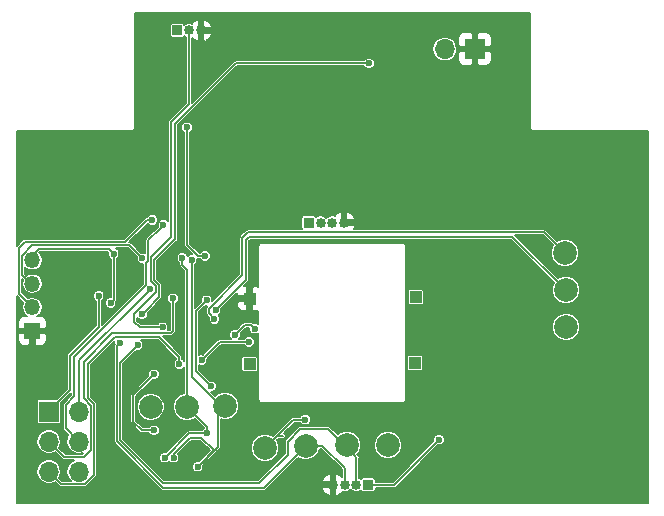
<source format=gbr>
G04 #@! TF.GenerationSoftware,KiCad,Pcbnew,5.0.2-bee76a0~70~ubuntu18.04.1*
G04 #@! TF.CreationDate,2019-11-03T21:10:50+01:00*
G04 #@! TF.ProjectId,puzzlebox,70757a7a-6c65-4626-9f78-2e6b69636164,rev?*
G04 #@! TF.SameCoordinates,Original*
G04 #@! TF.FileFunction,Copper,L2,Bot*
G04 #@! TF.FilePolarity,Positive*
%FSLAX46Y46*%
G04 Gerber Fmt 4.6, Leading zero omitted, Abs format (unit mm)*
G04 Created by KiCad (PCBNEW 5.0.2-bee76a0~70~ubuntu18.04.1) date So 03 Nov 2019 21:10:50 CET*
%MOMM*%
%LPD*%
G01*
G04 APERTURE LIST*
G04 #@! TA.AperFunction,SMDPad,CuDef*
%ADD10R,1.000000X1.000000*%
G04 #@! TD*
G04 #@! TA.AperFunction,BGAPad,CuDef*
%ADD11C,2.000000*%
G04 #@! TD*
G04 #@! TA.AperFunction,ComponentPad*
%ADD12R,0.850000X0.850000*%
G04 #@! TD*
G04 #@! TA.AperFunction,ComponentPad*
%ADD13O,0.850000X0.850000*%
G04 #@! TD*
G04 #@! TA.AperFunction,ComponentPad*
%ADD14R,1.700000X1.700000*%
G04 #@! TD*
G04 #@! TA.AperFunction,ComponentPad*
%ADD15O,1.700000X1.700000*%
G04 #@! TD*
G04 #@! TA.AperFunction,ComponentPad*
%ADD16R,1.350000X1.350000*%
G04 #@! TD*
G04 #@! TA.AperFunction,ComponentPad*
%ADD17O,1.350000X1.350000*%
G04 #@! TD*
G04 #@! TA.AperFunction,ViaPad*
%ADD18C,0.600000*%
G04 #@! TD*
G04 #@! TA.AperFunction,Conductor*
%ADD19C,0.127000*%
G04 #@! TD*
G04 APERTURE END LIST*
D10*
G04 #@! TO.P,REF\002A\002A,1*
G04 #@! TO.N,N/C*
X104063800Y-91313000D03*
G04 #@! TD*
G04 #@! TO.P,REF\002A\002A,1*
G04 #@! TO.N,N/C*
X104013000Y-96875600D03*
G04 #@! TD*
G04 #@! TO.P,REF\002A\002A,1*
G04 #@! TO.N,N/C*
X89992200Y-96977200D03*
G04 #@! TD*
D11*
G04 #@! TO.P,REF\002A\002A,1*
G04 #@! TO.N,N/C*
X116814600Y-93827600D03*
G04 #@! TD*
G04 #@! TO.P,REF\002A\002A,1*
G04 #@! TO.N,N/C*
X101727000Y-103860600D03*
G04 #@! TD*
D12*
G04 #@! TO.P,J1,1*
G04 #@! TO.N,USB+*
X95000000Y-85000000D03*
D13*
G04 #@! TO.P,J1,2*
G04 #@! TO.N,USB_P*
X96000000Y-85000000D03*
G04 #@! TO.P,J1,3*
G04 #@! TO.N,USB_N*
X97000000Y-85000000D03*
G04 #@! TO.P,J1,4*
G04 #@! TO.N,GND*
X98000000Y-85000000D03*
G04 #@! TD*
D12*
G04 #@! TO.P,J2,1*
G04 #@! TO.N,VSS_1*
X83870800Y-68732400D03*
D13*
G04 #@! TO.P,J2,2*
G04 #@! TO.N,SERVO_PWM*
X84870800Y-68732400D03*
G04 #@! TO.P,J2,3*
G04 #@! TO.N,GND*
X85870800Y-68732400D03*
G04 #@! TD*
D14*
G04 #@! TO.P,J3,1*
G04 #@! TO.N,NRST*
X73000000Y-101000000D03*
D15*
G04 #@! TO.P,J3,2*
G04 #@! TO.N,USART1_RX*
X75540000Y-101000000D03*
G04 #@! TO.P,J3,3*
G04 #@! TO.N,USART1_TX*
X73000000Y-103540000D03*
G04 #@! TO.P,J3,4*
G04 #@! TO.N,boot0*
X75540000Y-103540000D03*
G04 #@! TO.P,J3,5*
G04 #@! TO.N,boot1*
X73000000Y-106080000D03*
G04 #@! TO.P,J3,6*
G04 #@! TO.N,VCC*
X75540000Y-106080000D03*
G04 #@! TD*
D13*
G04 #@! TO.P,J4,4*
G04 #@! TO.N,GND*
X97044000Y-107188000D03*
G04 #@! TO.P,J4,3*
G04 #@! TO.N,USART2_TX*
X98044000Y-107188000D03*
G04 #@! TO.P,J4,2*
G04 #@! TO.N,USART2_RX*
X99044000Y-107188000D03*
D12*
G04 #@! TO.P,J4,1*
G04 #@! TO.N,VCC_2*
X100044000Y-107188000D03*
G04 #@! TD*
D14*
G04 #@! TO.P,J5,1*
G04 #@! TO.N,GND*
X109067600Y-70307200D03*
D15*
G04 #@! TO.P,J5,2*
G04 #@! TO.N,BAT+*
X106527600Y-70307200D03*
G04 #@! TD*
D11*
G04 #@! TO.P,TP1,1*
G04 #@! TO.N,USART2_TX*
X94742000Y-103886000D03*
G04 #@! TD*
G04 #@! TO.P,TP2,1*
G04 #@! TO.N,USART2_RX*
X98221800Y-103835200D03*
G04 #@! TD*
G04 #@! TO.P,TP3,1*
G04 #@! TO.N,USART3_RX*
X116687600Y-87553800D03*
G04 #@! TD*
G04 #@! TO.P,TP4,1*
G04 #@! TO.N,USART3_TX*
X116763800Y-90728800D03*
G04 #@! TD*
G04 #@! TO.P,TP5,1*
G04 #@! TO.N,SCL1*
X84709000Y-100584000D03*
G04 #@! TD*
G04 #@! TO.P,TP6,1*
G04 #@! TO.N,SDA1*
X87934800Y-100533200D03*
G04 #@! TD*
G04 #@! TO.P,REF\002A\002A,1*
G04 #@! TO.N,N/C*
X81610200Y-100584000D03*
G04 #@! TD*
D16*
G04 #@! TO.P,J6,1*
G04 #@! TO.N,GND*
X71602600Y-94176600D03*
D17*
G04 #@! TO.P,J6,2*
G04 #@! TO.N,Net-(J6-Pad2)*
X71602600Y-92176600D03*
G04 #@! TO.P,J6,3*
G04 #@! TO.N,Net-(J6-Pad3)*
X71602600Y-90176600D03*
G04 #@! TO.P,J6,4*
G04 #@! TO.N,VCC*
X71602600Y-88176600D03*
G04 #@! TD*
D11*
G04 #@! TO.P,TP7,1*
G04 #@! TO.N,esp_flash*
X91313000Y-104063800D03*
G04 #@! TD*
D10*
G04 #@! TO.P,REF\002A\002A,1*
G04 #@! TO.N,GND*
X89992200Y-91440000D03*
G04 #@! TD*
D18*
G04 #@! TO.N,GND*
X87045800Y-88747600D03*
X82719043Y-92159957D03*
X87376000Y-94310200D03*
X86004400Y-94081600D03*
X82516771Y-89506574D03*
G04 #@! TO.N,NRST*
X77216000Y-91186000D03*
G04 #@! TO.N,VCC*
X78486000Y-87630000D03*
X78232000Y-91821000D03*
G04 #@! TO.N,VCC_2*
X106045000Y-103378000D03*
G04 #@! TO.N,VCC_1*
X81915000Y-102590600D03*
X81915000Y-97840800D03*
G04 #@! TO.N,SERVO_PWM*
X82626200Y-93870490D03*
G04 #@! TO.N,USART1_RX*
X81584806Y-90621217D03*
G04 #@! TO.N,USART1_TX*
X83515200Y-91414600D03*
G04 #@! TO.N,boot0*
X82702400Y-85224910D03*
G04 #@! TO.N,boot1*
X84048600Y-96977200D03*
G04 #@! TO.N,USART2_TX*
X79042015Y-95181710D03*
G04 #@! TO.N,USART2_RX*
X80518000Y-95377000D03*
G04 #@! TO.N,SCL1*
X82804000Y-104902000D03*
X86388509Y-102840657D03*
X84299491Y-87997025D03*
G04 #@! TO.N,SDA1*
X83566000Y-104902000D03*
X85598000Y-105664000D03*
X85089984Y-88138000D03*
G04 #@! TO.N,esp_reset*
X89933490Y-95123000D03*
X85936110Y-96647000D03*
G04 #@! TO.N,esp_enable*
X90424000Y-93980000D03*
X88773000Y-94488000D03*
G04 #@! TO.N,esp_flash*
X94716600Y-101676200D03*
G04 #@! TO.N,ENABLE1*
X86741000Y-98856800D03*
X86353333Y-91576439D03*
G04 #@! TO.N,SENS_BAT*
X100131400Y-71526400D03*
X80884916Y-92772116D03*
G04 #@! TO.N,USART3_RX*
X87020400Y-93167200D03*
X116662200Y-87553800D03*
G04 #@! TO.N,USART3_TX*
X87122000Y-92405200D03*
X116789200Y-90779600D03*
G04 #@! TO.N,ENABLE3*
X84709000Y-76936600D03*
X86233000Y-87833200D03*
G04 #@! TO.N,Net-(J6-Pad2)*
X81762600Y-84759800D03*
G04 #@! TO.N,Net-(J6-Pad3)*
X80924400Y-88036400D03*
G04 #@! TD*
D19*
G04 #@! TO.N,NRST*
X73000000Y-100964600D02*
X73000000Y-101000000D01*
X74752200Y-99212400D02*
X73000000Y-100964600D01*
X74752200Y-96266000D02*
X74752200Y-99212400D01*
X77216000Y-91186000D02*
X77216000Y-93802200D01*
X77216000Y-93802200D02*
X74752200Y-96266000D01*
G04 #@! TO.N,VCC*
X78054200Y-87198200D02*
X78486000Y-87630000D01*
X72161400Y-87198200D02*
X78054200Y-87198200D01*
X71323200Y-88081600D02*
X71323200Y-88036400D01*
X71323200Y-88036400D02*
X72161400Y-87198200D01*
X78486000Y-87630000D02*
X78486000Y-91567000D01*
X78486000Y-91567000D02*
X78232000Y-91821000D01*
G04 #@! TO.N,VCC_2*
X100044000Y-107188000D02*
X102235000Y-107188000D01*
X102235000Y-107188000D02*
X106045000Y-103378000D01*
G04 #@! TO.N,VCC_1*
X80162400Y-101884000D02*
X80162400Y-99593400D01*
X80162400Y-99593400D02*
X81915000Y-97840800D01*
X81915000Y-102590600D02*
X80869000Y-102590600D01*
X80869000Y-102590600D02*
X80162400Y-101884000D01*
G04 #@! TO.N,SERVO_PWM*
X82075308Y-90888038D02*
X80238600Y-92724746D01*
X80238600Y-92724746D02*
X80238600Y-93421200D01*
X83312000Y-86258400D02*
X81668913Y-87901487D01*
X81668913Y-87901487D02*
X81668913Y-89979380D01*
X81668913Y-89979380D02*
X82075308Y-90385775D01*
X82075308Y-90385775D02*
X82075308Y-90888038D01*
X83312000Y-76504800D02*
X83312000Y-86258400D01*
X80687890Y-93870490D02*
X82201936Y-93870490D01*
X84870800Y-74946000D02*
X83312000Y-76504800D01*
X84870800Y-68732400D02*
X84870800Y-74946000D01*
X82201936Y-93870490D02*
X82626200Y-93870490D01*
X80238600Y-93421200D02*
X80687890Y-93870490D01*
G04 #@! TO.N,USART1_RX*
X75540000Y-101000000D02*
X75540000Y-96666023D01*
X81284807Y-90921216D02*
X81584806Y-90621217D01*
X75540000Y-96666023D02*
X81284807Y-90921216D01*
G04 #@! TO.N,USART1_TX*
X73849999Y-104389999D02*
X73000000Y-103540000D01*
X74311200Y-104851200D02*
X73849999Y-104389999D01*
X75946000Y-104851200D02*
X74311200Y-104851200D01*
X83515200Y-94183200D02*
X83312011Y-94386389D01*
X78359011Y-94386389D02*
X75946000Y-96799400D01*
X76580501Y-100500559D02*
X76580501Y-104216699D01*
X83515200Y-91414600D02*
X83515200Y-94183200D01*
X83312011Y-94386389D02*
X78359011Y-94386389D01*
X76580501Y-104216699D02*
X75946000Y-104851200D01*
X75946000Y-96799400D02*
X75946000Y-99866058D01*
X75946000Y-99866058D02*
X76580501Y-100500559D01*
G04 #@! TO.N,boot0*
X82402401Y-85524909D02*
X82702400Y-85224910D01*
X75540000Y-103540000D02*
X74422000Y-102422000D01*
X81414902Y-88271842D02*
X81414902Y-86512408D01*
X81229200Y-88457544D02*
X81414902Y-88271842D01*
X81414902Y-86512408D02*
X82402401Y-85524909D01*
X75158600Y-96342200D02*
X81229200Y-90271600D01*
X75158600Y-99720400D02*
X75158600Y-96342200D01*
X74422000Y-102422000D02*
X74422000Y-100457000D01*
X81229200Y-90271600D02*
X81229200Y-88457544D01*
X74422000Y-100457000D02*
X75158600Y-99720400D01*
G04 #@! TO.N,boot1*
X82321400Y-94691200D02*
X84048600Y-96418400D01*
X76301600Y-96951800D02*
X78562200Y-94691200D01*
X78562200Y-94691200D02*
X82321400Y-94691200D01*
X74040501Y-107120501D02*
X76039441Y-107120501D01*
X76301600Y-99862433D02*
X76301600Y-96951800D01*
X73000000Y-106080000D02*
X74040501Y-107120501D01*
X84048600Y-96418400D02*
X84048600Y-96977200D01*
X76039441Y-107120501D02*
X76834512Y-106325430D01*
X76834512Y-106325430D02*
X76834512Y-100395345D01*
X76834512Y-100395345D02*
X76301600Y-99862433D01*
G04 #@! TO.N,USART2_TX*
X94742000Y-103886000D02*
X91186000Y-107442000D01*
X91186000Y-107442000D02*
X82677000Y-107442000D01*
X78742016Y-95481709D02*
X79042015Y-95181710D01*
X82677000Y-107442000D02*
X78742016Y-103507016D01*
X78742016Y-103507016D02*
X78742016Y-95481709D01*
X96139000Y-103886000D02*
X94742000Y-103886000D01*
X98044000Y-107188000D02*
X98044000Y-105791000D01*
X98044000Y-105791000D02*
X96139000Y-103886000D01*
G04 #@! TO.N,USART2_RX*
X99044000Y-107188000D02*
X99043999Y-104885999D01*
X96621600Y-102463600D02*
X94288424Y-102463600D01*
X79044800Y-96850200D02*
X80218001Y-95676999D01*
X90805000Y-107061000D02*
X82677000Y-107061000D01*
X94288424Y-102463600D02*
X93218000Y-103534024D01*
X82677000Y-107061000D02*
X79044800Y-103428800D01*
X93218000Y-104648000D02*
X90805000Y-107061000D01*
X93218000Y-103534024D02*
X93218000Y-104648000D01*
X79044800Y-103428800D02*
X79044800Y-96850200D01*
X80218001Y-95676999D02*
X80518000Y-95377000D01*
X98221800Y-104063800D02*
X98933000Y-104775000D01*
X98221800Y-103835200D02*
X98221800Y-104063800D01*
X99043999Y-104885999D02*
X98933000Y-104775000D01*
X98933000Y-104775000D02*
X96621600Y-102463600D01*
G04 #@! TO.N,SCL1*
X82804000Y-104902000D02*
X84865343Y-102840657D01*
X84865343Y-102840657D02*
X86388509Y-102840657D01*
X86388509Y-102263509D02*
X84709000Y-100584000D01*
X86388509Y-102840657D02*
X86388509Y-102263509D01*
X84299491Y-88592091D02*
X84299491Y-88421289D01*
X84709000Y-100584000D02*
X84709000Y-89001600D01*
X84709000Y-89001600D02*
X84299491Y-88592091D01*
X84299491Y-88421289D02*
X84299491Y-87997025D01*
G04 #@! TO.N,SDA1*
X86969600Y-104292400D02*
X85598000Y-105664000D01*
X85902800Y-103225600D02*
X86969600Y-104292400D01*
X84912200Y-103225600D02*
X85902800Y-103225600D01*
X83566000Y-104902000D02*
X83566000Y-104571800D01*
X83566000Y-104571800D02*
X84912200Y-103225600D01*
X87299800Y-100914200D02*
X87630000Y-100584000D01*
X85598000Y-105664000D02*
X87299800Y-103962200D01*
X87299800Y-103962200D02*
X87299800Y-100914200D01*
X85089984Y-88562264D02*
X85089984Y-88138000D01*
X85089984Y-98043984D02*
X85089984Y-88562264D01*
X87630000Y-100584000D02*
X85089984Y-98043984D01*
G04 #@! TO.N,esp_reset*
X87460110Y-95123000D02*
X86236109Y-96347001D01*
X86236109Y-96347001D02*
X85936110Y-96647000D01*
X89933490Y-95123000D02*
X87460110Y-95123000D01*
G04 #@! TO.N,esp_enable*
X90124001Y-93680001D02*
X89580999Y-93680001D01*
X90424000Y-93980000D02*
X90124001Y-93680001D01*
X89580999Y-93680001D02*
X88773000Y-94488000D01*
G04 #@! TO.N,esp_flash*
X92312999Y-103063801D02*
X92795599Y-103063801D01*
X91313000Y-104063800D02*
X92312999Y-103063801D01*
X93700600Y-101676200D02*
X94716600Y-101676200D01*
X91313000Y-104063800D02*
X93700600Y-101676200D01*
G04 #@! TO.N,ENABLE1*
X86053334Y-91876438D02*
X86353333Y-91576439D01*
X85445600Y-92484172D02*
X86053334Y-91876438D01*
X85445600Y-97561400D02*
X85445600Y-92484172D01*
X86741000Y-98856800D02*
X85445600Y-97561400D01*
G04 #@! TO.N,SENS_BAT*
X88823800Y-71526400D02*
X83718400Y-76631800D01*
X81940400Y-88163400D02*
X81940400Y-89866248D01*
X83718400Y-76631800D02*
X83718400Y-86385400D01*
X82354713Y-91302319D02*
X81184915Y-92472117D01*
X81940400Y-89866248D02*
X82354713Y-90280561D01*
X82354713Y-90280561D02*
X82354713Y-91302319D01*
X81184915Y-92472117D02*
X80884916Y-92772116D01*
X100131400Y-71526400D02*
X88823800Y-71526400D01*
X83718400Y-86385400D02*
X81940400Y-88163400D01*
G04 #@! TO.N,USART3_RX*
X116362201Y-87253801D02*
X116662200Y-87553800D01*
X86529899Y-92296759D02*
X89382600Y-89444058D01*
X89834999Y-85831401D02*
X114939801Y-85831401D01*
X114939801Y-85831401D02*
X116362201Y-87253801D01*
X89382600Y-86283800D02*
X89834999Y-85831401D01*
X89382600Y-89444058D02*
X89382600Y-86283800D01*
X86529899Y-92676699D02*
X86529899Y-92296759D01*
X87020400Y-93167200D02*
X86529899Y-92676699D01*
G04 #@! TO.N,USART3_TX*
X112207498Y-86197898D02*
X116489201Y-90479601D01*
X116489201Y-90479601D02*
X116789200Y-90779600D01*
X89951102Y-86197898D02*
X112207498Y-86197898D01*
X89662000Y-86487000D02*
X89951102Y-86197898D01*
X89662000Y-89865200D02*
X89662000Y-86487000D01*
X87122000Y-92405200D02*
X89662000Y-89865200D01*
G04 #@! TO.N,ENABLE3*
X86233000Y-87833200D02*
X85648800Y-87833200D01*
X84709000Y-86893400D02*
X84709000Y-76936600D01*
X85648800Y-87833200D02*
X84709000Y-86893400D01*
G04 #@! TO.N,Net-(J6-Pad2)*
X70434200Y-87172800D02*
X70434200Y-91008200D01*
X70942200Y-86664800D02*
X70434200Y-87172800D01*
X79433336Y-86664800D02*
X70942200Y-86664800D01*
X81762600Y-84759800D02*
X81338336Y-84759800D01*
X70434200Y-91008200D02*
X71602600Y-92176600D01*
X81338336Y-84759800D02*
X79433336Y-86664800D01*
G04 #@! TO.N,Net-(J6-Pad3)*
X71579446Y-86918811D02*
X79806811Y-86918811D01*
X79806811Y-86918811D02*
X80624401Y-87736401D01*
X70713600Y-89472000D02*
X70713600Y-87784657D01*
X70713600Y-87784657D02*
X71579446Y-86918811D01*
X71323200Y-90081600D02*
X70713600Y-89472000D01*
X80624401Y-87736401D02*
X80924400Y-88036400D01*
G04 #@! TD*
G04 #@! TO.N,GND*
G36*
X113734501Y-76973848D02*
X113729299Y-77000000D01*
X113749905Y-77103593D01*
X113808585Y-77191415D01*
X113896407Y-77250095D01*
X113973853Y-77265500D01*
X114000000Y-77270701D01*
X114026147Y-77265500D01*
X123734500Y-77265500D01*
X123734501Y-108734500D01*
X70265500Y-108734500D01*
X70265500Y-94509975D01*
X70356100Y-94509975D01*
X70356100Y-94965279D01*
X70443106Y-95175329D01*
X70603872Y-95336094D01*
X70813922Y-95423100D01*
X71269225Y-95423100D01*
X71412100Y-95280225D01*
X71412100Y-94367100D01*
X71793100Y-94367100D01*
X71793100Y-95280225D01*
X71935975Y-95423100D01*
X72391278Y-95423100D01*
X72601328Y-95336094D01*
X72762094Y-95175329D01*
X72849100Y-94965279D01*
X72849100Y-94509975D01*
X72706225Y-94367100D01*
X71793100Y-94367100D01*
X71412100Y-94367100D01*
X70498975Y-94367100D01*
X70356100Y-94509975D01*
X70265500Y-94509975D01*
X70265500Y-91200961D01*
X70272287Y-91205496D01*
X70834730Y-91767940D01*
X70787317Y-91838899D01*
X70720144Y-92176600D01*
X70787317Y-92514301D01*
X70978609Y-92800591D01*
X71172434Y-92930100D01*
X70813922Y-92930100D01*
X70603872Y-93017106D01*
X70443106Y-93177871D01*
X70356100Y-93387921D01*
X70356100Y-93843225D01*
X70498975Y-93986100D01*
X71412100Y-93986100D01*
X71412100Y-93966100D01*
X71793100Y-93966100D01*
X71793100Y-93986100D01*
X72706225Y-93986100D01*
X72849100Y-93843225D01*
X72849100Y-93387921D01*
X72762094Y-93177871D01*
X72601328Y-93017106D01*
X72391278Y-92930100D01*
X72032766Y-92930100D01*
X72226591Y-92800591D01*
X72417883Y-92514301D01*
X72485056Y-92176600D01*
X72417883Y-91838899D01*
X72226591Y-91552609D01*
X71940301Y-91361317D01*
X71687843Y-91311100D01*
X71517357Y-91311100D01*
X71264899Y-91361317D01*
X71193940Y-91408730D01*
X70688200Y-90902991D01*
X70688200Y-89805810D01*
X70776362Y-89893972D01*
X70720144Y-90176600D01*
X70787317Y-90514301D01*
X70978609Y-90800591D01*
X71264899Y-90991883D01*
X71517357Y-91042100D01*
X71687843Y-91042100D01*
X71940301Y-90991883D01*
X72226591Y-90800591D01*
X72417883Y-90514301D01*
X72485056Y-90176600D01*
X72417883Y-89838899D01*
X72226591Y-89552609D01*
X71940301Y-89361317D01*
X71687843Y-89311100D01*
X71517357Y-89311100D01*
X71264899Y-89361317D01*
X71083400Y-89482590D01*
X70967600Y-89366791D01*
X70967600Y-88784115D01*
X70978609Y-88800591D01*
X71264899Y-88991883D01*
X71517357Y-89042100D01*
X71687843Y-89042100D01*
X71940301Y-88991883D01*
X72226591Y-88800591D01*
X72417883Y-88514301D01*
X72485056Y-88176600D01*
X72417883Y-87838899D01*
X72226591Y-87552609D01*
X72190390Y-87528420D01*
X72266610Y-87452200D01*
X77948991Y-87452200D01*
X78005378Y-87508587D01*
X77995500Y-87532434D01*
X77995500Y-87727566D01*
X78070175Y-87907846D01*
X78208154Y-88045825D01*
X78232000Y-88055702D01*
X78232001Y-91330500D01*
X78134434Y-91330500D01*
X77954154Y-91405175D01*
X77816175Y-91543154D01*
X77741500Y-91723434D01*
X77741500Y-91918566D01*
X77816175Y-92098846D01*
X77954154Y-92236825D01*
X78134434Y-92311500D01*
X78329566Y-92311500D01*
X78509846Y-92236825D01*
X78647825Y-92098846D01*
X78722500Y-91918566D01*
X78722500Y-91723434D01*
X78708898Y-91690597D01*
X78725263Y-91666106D01*
X78740000Y-91592017D01*
X78740000Y-91592016D01*
X78744976Y-91567001D01*
X78740000Y-91541986D01*
X78740000Y-88055702D01*
X78763846Y-88045825D01*
X78901825Y-87907846D01*
X78976500Y-87727566D01*
X78976500Y-87532434D01*
X78901825Y-87352154D01*
X78763846Y-87214175D01*
X78663985Y-87172811D01*
X79701602Y-87172811D01*
X80443778Y-87914988D01*
X80433900Y-87938834D01*
X80433900Y-88133966D01*
X80508575Y-88314246D01*
X80646554Y-88452225D01*
X80826834Y-88526900D01*
X80975201Y-88526900D01*
X80975200Y-90166390D01*
X77470000Y-93671591D01*
X77470000Y-91611702D01*
X77493846Y-91601825D01*
X77631825Y-91463846D01*
X77706500Y-91283566D01*
X77706500Y-91088434D01*
X77631825Y-90908154D01*
X77493846Y-90770175D01*
X77313566Y-90695500D01*
X77118434Y-90695500D01*
X76938154Y-90770175D01*
X76800175Y-90908154D01*
X76725500Y-91088434D01*
X76725500Y-91283566D01*
X76800175Y-91463846D01*
X76938154Y-91601825D01*
X76962000Y-91611702D01*
X76962001Y-93696989D01*
X74590289Y-96068702D01*
X74569076Y-96082876D01*
X74517929Y-96159424D01*
X74512937Y-96166895D01*
X74493224Y-96266000D01*
X74498200Y-96291016D01*
X74498201Y-99107189D01*
X73649623Y-99955768D01*
X72150000Y-99955768D01*
X72075671Y-99970553D01*
X72012657Y-100012657D01*
X71970553Y-100075671D01*
X71955768Y-100150000D01*
X71955768Y-101850000D01*
X71970553Y-101924329D01*
X72012657Y-101987343D01*
X72075671Y-102029447D01*
X72150000Y-102044232D01*
X73850000Y-102044232D01*
X73924329Y-102029447D01*
X73987343Y-101987343D01*
X74029447Y-101924329D01*
X74044232Y-101850000D01*
X74044232Y-100279577D01*
X74904600Y-99419210D01*
X74904600Y-99615189D01*
X74260087Y-100259704D01*
X74238877Y-100273876D01*
X74209772Y-100317435D01*
X74182737Y-100357895D01*
X74163024Y-100457000D01*
X74168001Y-100482021D01*
X74168000Y-102396984D01*
X74163024Y-102422000D01*
X74168000Y-102447016D01*
X74182737Y-102521105D01*
X74238876Y-102605124D01*
X74260089Y-102619298D01*
X74645963Y-103005172D01*
X74559871Y-103134017D01*
X74479116Y-103540000D01*
X74559871Y-103945983D01*
X74789842Y-104290158D01*
X75134017Y-104520129D01*
X75437523Y-104580500D01*
X75642477Y-104580500D01*
X75910879Y-104527112D01*
X75840791Y-104597200D01*
X74416411Y-104597200D01*
X74047295Y-104228086D01*
X74047293Y-104228083D01*
X73894038Y-104074828D01*
X73980129Y-103945983D01*
X74060884Y-103540000D01*
X73980129Y-103134017D01*
X73750158Y-102789842D01*
X73405983Y-102559871D01*
X73102477Y-102499500D01*
X72897523Y-102499500D01*
X72594017Y-102559871D01*
X72249842Y-102789842D01*
X72019871Y-103134017D01*
X71939116Y-103540000D01*
X72019871Y-103945983D01*
X72249842Y-104290158D01*
X72594017Y-104520129D01*
X72897523Y-104580500D01*
X73102477Y-104580500D01*
X73405983Y-104520129D01*
X73534828Y-104434038D01*
X73688083Y-104587293D01*
X73688086Y-104587295D01*
X74113906Y-105013116D01*
X74128076Y-105034324D01*
X74149283Y-105048494D01*
X74149284Y-105048495D01*
X74212094Y-105090463D01*
X74311200Y-105110176D01*
X74336217Y-105105200D01*
X75126042Y-105105200D01*
X74789842Y-105329842D01*
X74559871Y-105674017D01*
X74479116Y-106080000D01*
X74559871Y-106485983D01*
X74789842Y-106830158D01*
X74844233Y-106866501D01*
X74145712Y-106866501D01*
X73894038Y-106614827D01*
X73980129Y-106485983D01*
X74060884Y-106080000D01*
X73980129Y-105674017D01*
X73750158Y-105329842D01*
X73405983Y-105099871D01*
X73102477Y-105039500D01*
X72897523Y-105039500D01*
X72594017Y-105099871D01*
X72249842Y-105329842D01*
X72019871Y-105674017D01*
X71939116Y-106080000D01*
X72019871Y-106485983D01*
X72249842Y-106830158D01*
X72594017Y-107060129D01*
X72897523Y-107120500D01*
X73102477Y-107120500D01*
X73405983Y-107060129D01*
X73534827Y-106974038D01*
X73843207Y-107282418D01*
X73857377Y-107303625D01*
X73941395Y-107359764D01*
X73998507Y-107371124D01*
X74040501Y-107379477D01*
X74065518Y-107374501D01*
X76014425Y-107374501D01*
X76039441Y-107379477D01*
X76064457Y-107374501D01*
X76064458Y-107374501D01*
X76138547Y-107359764D01*
X76222565Y-107303625D01*
X76236739Y-107282412D01*
X76996426Y-106522726D01*
X77017636Y-106508554D01*
X77073775Y-106424536D01*
X77088512Y-106350447D01*
X77088512Y-106350446D01*
X77093488Y-106325431D01*
X77088512Y-106300416D01*
X77088512Y-100420359D01*
X77093488Y-100395344D01*
X77086039Y-100357894D01*
X77073775Y-100296239D01*
X77017636Y-100212221D01*
X76996426Y-100198049D01*
X76555600Y-99757224D01*
X76555600Y-97057009D01*
X78567813Y-95044797D01*
X78551515Y-95084144D01*
X78551515Y-95279276D01*
X78559379Y-95298260D01*
X78558893Y-95298585D01*
X78528798Y-95343626D01*
X78502753Y-95382604D01*
X78483040Y-95481709D01*
X78488017Y-95506730D01*
X78488016Y-103482000D01*
X78483040Y-103507016D01*
X78488016Y-103532032D01*
X78502753Y-103606121D01*
X78558892Y-103690140D01*
X78580105Y-103704314D01*
X82479704Y-107603914D01*
X82493876Y-107625124D01*
X82577894Y-107681263D01*
X82677000Y-107700976D01*
X82702017Y-107696000D01*
X91160984Y-107696000D01*
X91186000Y-107700976D01*
X91211016Y-107696000D01*
X91211017Y-107696000D01*
X91285106Y-107681263D01*
X91369124Y-107625124D01*
X91383298Y-107603911D01*
X91458039Y-107529170D01*
X96107699Y-107529170D01*
X96309531Y-107861507D01*
X96623179Y-108091308D01*
X96702833Y-108124279D01*
X96853500Y-108020097D01*
X96853500Y-107378500D01*
X96208731Y-107378500D01*
X96107699Y-107529170D01*
X91458039Y-107529170D01*
X92140379Y-106846830D01*
X96107699Y-106846830D01*
X96208731Y-106997500D01*
X96853500Y-106997500D01*
X96853500Y-106355903D01*
X96702833Y-106251721D01*
X96623179Y-106284692D01*
X96309531Y-106514493D01*
X96107699Y-106846830D01*
X92140379Y-106846830D01*
X94084831Y-104902379D01*
X94505195Y-105076500D01*
X94978805Y-105076500D01*
X95416364Y-104895257D01*
X95751257Y-104560364D01*
X95925378Y-104140000D01*
X96033791Y-104140000D01*
X97790001Y-105896211D01*
X97790000Y-106533481D01*
X97778469Y-106514493D01*
X97464821Y-106284692D01*
X97385167Y-106251721D01*
X97234500Y-106355903D01*
X97234500Y-106997500D01*
X97254500Y-106997500D01*
X97254500Y-107378500D01*
X97234500Y-107378500D01*
X97234500Y-108020097D01*
X97385167Y-108124279D01*
X97464821Y-108091308D01*
X97778469Y-107861507D01*
X97831986Y-107773386D01*
X97983380Y-107803500D01*
X98104620Y-107803500D01*
X98284156Y-107767788D01*
X98487751Y-107631751D01*
X98544000Y-107547568D01*
X98600249Y-107631751D01*
X98803844Y-107767788D01*
X98983380Y-107803500D01*
X99104620Y-107803500D01*
X99284156Y-107767788D01*
X99435449Y-107666698D01*
X99439553Y-107687329D01*
X99481657Y-107750343D01*
X99544671Y-107792447D01*
X99619000Y-107807232D01*
X100469000Y-107807232D01*
X100543329Y-107792447D01*
X100606343Y-107750343D01*
X100648447Y-107687329D01*
X100663232Y-107613000D01*
X100663232Y-107442000D01*
X102209984Y-107442000D01*
X102235000Y-107446976D01*
X102260016Y-107442000D01*
X102260017Y-107442000D01*
X102334106Y-107427263D01*
X102418124Y-107371124D01*
X102432298Y-107349911D01*
X105923588Y-103858623D01*
X105947434Y-103868500D01*
X106142566Y-103868500D01*
X106322846Y-103793825D01*
X106460825Y-103655846D01*
X106535500Y-103475566D01*
X106535500Y-103280434D01*
X106460825Y-103100154D01*
X106322846Y-102962175D01*
X106142566Y-102887500D01*
X105947434Y-102887500D01*
X105767154Y-102962175D01*
X105629175Y-103100154D01*
X105554500Y-103280434D01*
X105554500Y-103475566D01*
X105564377Y-103499412D01*
X102129791Y-106934000D01*
X100663232Y-106934000D01*
X100663232Y-106763000D01*
X100648447Y-106688671D01*
X100606343Y-106625657D01*
X100543329Y-106583553D01*
X100469000Y-106568768D01*
X99619000Y-106568768D01*
X99544671Y-106583553D01*
X99481657Y-106625657D01*
X99439553Y-106688671D01*
X99435449Y-106709302D01*
X99297999Y-106617462D01*
X99297998Y-104911018D01*
X99302975Y-104885998D01*
X99283261Y-104786892D01*
X99241293Y-104724084D01*
X99227122Y-104702875D01*
X99205912Y-104688703D01*
X99130299Y-104613090D01*
X99130295Y-104613084D01*
X99128916Y-104611705D01*
X99231057Y-104509564D01*
X99412300Y-104072005D01*
X99412300Y-103623795D01*
X100536500Y-103623795D01*
X100536500Y-104097405D01*
X100717743Y-104534964D01*
X101052636Y-104869857D01*
X101490195Y-105051100D01*
X101963805Y-105051100D01*
X102401364Y-104869857D01*
X102736257Y-104534964D01*
X102917500Y-104097405D01*
X102917500Y-103623795D01*
X102736257Y-103186236D01*
X102401364Y-102851343D01*
X101963805Y-102670100D01*
X101490195Y-102670100D01*
X101052636Y-102851343D01*
X100717743Y-103186236D01*
X100536500Y-103623795D01*
X99412300Y-103623795D01*
X99412300Y-103598395D01*
X99231057Y-103160836D01*
X98896164Y-102825943D01*
X98458605Y-102644700D01*
X97984995Y-102644700D01*
X97547436Y-102825943D01*
X97445294Y-102928085D01*
X96818898Y-102301689D01*
X96804724Y-102280476D01*
X96720706Y-102224337D01*
X96646617Y-102209600D01*
X96646616Y-102209600D01*
X96621600Y-102204624D01*
X96596584Y-102209600D01*
X94313438Y-102209600D01*
X94288423Y-102204624D01*
X94263408Y-102209600D01*
X94263407Y-102209600D01*
X94189318Y-102224337D01*
X94105300Y-102280476D01*
X94091128Y-102301686D01*
X93056089Y-103336726D01*
X93034876Y-103350900D01*
X92996783Y-103407911D01*
X92978737Y-103434919D01*
X92959024Y-103534024D01*
X92964000Y-103559041D01*
X92964001Y-104542789D01*
X90699791Y-106807000D01*
X82782211Y-106807000D01*
X79298800Y-103323591D01*
X79298800Y-99593400D01*
X79903424Y-99593400D01*
X79908401Y-99618421D01*
X79908400Y-101858984D01*
X79903424Y-101884000D01*
X79908400Y-101909016D01*
X79923137Y-101983105D01*
X79979276Y-102067124D01*
X80000489Y-102081298D01*
X80671704Y-102752514D01*
X80685876Y-102773724D01*
X80769894Y-102829863D01*
X80843983Y-102844600D01*
X80843984Y-102844600D01*
X80868999Y-102849576D01*
X80894014Y-102844600D01*
X81489298Y-102844600D01*
X81499175Y-102868446D01*
X81637154Y-103006425D01*
X81817434Y-103081100D01*
X82012566Y-103081100D01*
X82192846Y-103006425D01*
X82330825Y-102868446D01*
X82405500Y-102688166D01*
X82405500Y-102493034D01*
X82330825Y-102312754D01*
X82192846Y-102174775D01*
X82012566Y-102100100D01*
X81817434Y-102100100D01*
X81637154Y-102174775D01*
X81499175Y-102312754D01*
X81489298Y-102336600D01*
X80974210Y-102336600D01*
X80416400Y-101778791D01*
X80416400Y-100347195D01*
X80419700Y-100347195D01*
X80419700Y-100820805D01*
X80600943Y-101258364D01*
X80935836Y-101593257D01*
X81373395Y-101774500D01*
X81847005Y-101774500D01*
X82284564Y-101593257D01*
X82619457Y-101258364D01*
X82800700Y-100820805D01*
X82800700Y-100347195D01*
X82619457Y-99909636D01*
X82284564Y-99574743D01*
X81847005Y-99393500D01*
X81373395Y-99393500D01*
X80935836Y-99574743D01*
X80600943Y-99909636D01*
X80419700Y-100347195D01*
X80416400Y-100347195D01*
X80416400Y-99698609D01*
X81793588Y-98321423D01*
X81817434Y-98331300D01*
X82012566Y-98331300D01*
X82192846Y-98256625D01*
X82330825Y-98118646D01*
X82405500Y-97938366D01*
X82405500Y-97743234D01*
X82330825Y-97562954D01*
X82192846Y-97424975D01*
X82012566Y-97350300D01*
X81817434Y-97350300D01*
X81637154Y-97424975D01*
X81499175Y-97562954D01*
X81424500Y-97743234D01*
X81424500Y-97938366D01*
X81434377Y-97962212D01*
X80000487Y-99396104D01*
X79979277Y-99410276D01*
X79965106Y-99431485D01*
X79923137Y-99494295D01*
X79903424Y-99593400D01*
X79298800Y-99593400D01*
X79298800Y-96955409D01*
X80396588Y-95857622D01*
X80420434Y-95867500D01*
X80615566Y-95867500D01*
X80795846Y-95792825D01*
X80933825Y-95654846D01*
X81008500Y-95474566D01*
X81008500Y-95279434D01*
X80933825Y-95099154D01*
X80795846Y-94961175D01*
X80757279Y-94945200D01*
X82216191Y-94945200D01*
X83794600Y-96523611D01*
X83794600Y-96551497D01*
X83770754Y-96561375D01*
X83632775Y-96699354D01*
X83558100Y-96879634D01*
X83558100Y-97074766D01*
X83632775Y-97255046D01*
X83770754Y-97393025D01*
X83951034Y-97467700D01*
X84146166Y-97467700D01*
X84326446Y-97393025D01*
X84455000Y-97264471D01*
X84455000Y-99400622D01*
X84034636Y-99574743D01*
X83699743Y-99909636D01*
X83518500Y-100347195D01*
X83518500Y-100820805D01*
X83699743Y-101258364D01*
X84034636Y-101593257D01*
X84472195Y-101774500D01*
X84945805Y-101774500D01*
X85366170Y-101600379D01*
X86134510Y-102368720D01*
X86134510Y-102414954D01*
X86110663Y-102424832D01*
X85972684Y-102562811D01*
X85962807Y-102586657D01*
X84890357Y-102586657D01*
X84865342Y-102581681D01*
X84840327Y-102586657D01*
X84840326Y-102586657D01*
X84766237Y-102601394D01*
X84682219Y-102657533D01*
X84668047Y-102678743D01*
X82925413Y-104421378D01*
X82901566Y-104411500D01*
X82706434Y-104411500D01*
X82526154Y-104486175D01*
X82388175Y-104624154D01*
X82313500Y-104804434D01*
X82313500Y-104999566D01*
X82388175Y-105179846D01*
X82526154Y-105317825D01*
X82706434Y-105392500D01*
X82901566Y-105392500D01*
X83081846Y-105317825D01*
X83185000Y-105214671D01*
X83288154Y-105317825D01*
X83468434Y-105392500D01*
X83663566Y-105392500D01*
X83843846Y-105317825D01*
X83981825Y-105179846D01*
X84056500Y-104999566D01*
X84056500Y-104804434D01*
X83981825Y-104624154D01*
X83927340Y-104569669D01*
X85017410Y-103479600D01*
X85797591Y-103479600D01*
X86610390Y-104292400D01*
X85833669Y-105069122D01*
X85719413Y-105183378D01*
X85695566Y-105173500D01*
X85500434Y-105173500D01*
X85320154Y-105248175D01*
X85182175Y-105386154D01*
X85107500Y-105566434D01*
X85107500Y-105761566D01*
X85182175Y-105941846D01*
X85320154Y-106079825D01*
X85500434Y-106154500D01*
X85695566Y-106154500D01*
X85875846Y-106079825D01*
X86013825Y-105941846D01*
X86088500Y-105761566D01*
X86088500Y-105566434D01*
X86078622Y-105542587D01*
X87131521Y-104489690D01*
X87152723Y-104475523D01*
X87166890Y-104454321D01*
X87461717Y-104159494D01*
X87482924Y-104145324D01*
X87514943Y-104097405D01*
X87539063Y-104061306D01*
X87544609Y-104033424D01*
X87553800Y-103987217D01*
X87553800Y-103987216D01*
X87558776Y-103962200D01*
X87553800Y-103937183D01*
X87553800Y-103826995D01*
X90122500Y-103826995D01*
X90122500Y-104300605D01*
X90303743Y-104738164D01*
X90638636Y-105073057D01*
X91076195Y-105254300D01*
X91549805Y-105254300D01*
X91987364Y-105073057D01*
X92322257Y-104738164D01*
X92503500Y-104300605D01*
X92503500Y-103826995D01*
X92329379Y-103406631D01*
X92418209Y-103317801D01*
X92820616Y-103317801D01*
X92894705Y-103303064D01*
X92978723Y-103246925D01*
X93034862Y-103162907D01*
X93054575Y-103063801D01*
X93034862Y-102964695D01*
X92978723Y-102880677D01*
X92904756Y-102831254D01*
X93805810Y-101930200D01*
X94290898Y-101930200D01*
X94300775Y-101954046D01*
X94438754Y-102092025D01*
X94619034Y-102166700D01*
X94814166Y-102166700D01*
X94994446Y-102092025D01*
X95132425Y-101954046D01*
X95207100Y-101773766D01*
X95207100Y-101578634D01*
X95132425Y-101398354D01*
X94994446Y-101260375D01*
X94814166Y-101185700D01*
X94619034Y-101185700D01*
X94438754Y-101260375D01*
X94300775Y-101398354D01*
X94290898Y-101422200D01*
X93725614Y-101422200D01*
X93700599Y-101417224D01*
X93675584Y-101422200D01*
X93675583Y-101422200D01*
X93601494Y-101436937D01*
X93517476Y-101493076D01*
X93503304Y-101514286D01*
X92151087Y-102866504D01*
X92129875Y-102880677D01*
X92115703Y-102901887D01*
X91970169Y-103047421D01*
X91549805Y-102873300D01*
X91076195Y-102873300D01*
X90638636Y-103054543D01*
X90303743Y-103389436D01*
X90122500Y-103826995D01*
X87553800Y-103826995D01*
X87553800Y-101663972D01*
X87697995Y-101723700D01*
X88171605Y-101723700D01*
X88609164Y-101542457D01*
X88944057Y-101207564D01*
X89125300Y-100770005D01*
X89125300Y-100296395D01*
X88944057Y-99858836D01*
X88609164Y-99523943D01*
X88171605Y-99342700D01*
X87697995Y-99342700D01*
X87260436Y-99523943D01*
X87094794Y-99689585D01*
X86752510Y-99347300D01*
X86838566Y-99347300D01*
X87018846Y-99272625D01*
X87156825Y-99134646D01*
X87231500Y-98954366D01*
X87231500Y-98759234D01*
X87156825Y-98578954D01*
X87018846Y-98440975D01*
X86838566Y-98366300D01*
X86643434Y-98366300D01*
X86619587Y-98376178D01*
X85699600Y-97456191D01*
X85699600Y-97079947D01*
X85838544Y-97137500D01*
X86033676Y-97137500D01*
X86213956Y-97062825D01*
X86351935Y-96924846D01*
X86426610Y-96744566D01*
X86426610Y-96549434D01*
X86416733Y-96525588D01*
X86433404Y-96508917D01*
X86433408Y-96508911D01*
X86465119Y-96477200D01*
X89297968Y-96477200D01*
X89297968Y-97477200D01*
X89312753Y-97551529D01*
X89354857Y-97614543D01*
X89417871Y-97656647D01*
X89492200Y-97671432D01*
X90492200Y-97671432D01*
X90566529Y-97656647D01*
X90629543Y-97614543D01*
X90671647Y-97551529D01*
X90686432Y-97477200D01*
X90686432Y-96477200D01*
X90671647Y-96402871D01*
X90629543Y-96339857D01*
X90566529Y-96297753D01*
X90492200Y-96282968D01*
X89492200Y-96282968D01*
X89417871Y-96297753D01*
X89354857Y-96339857D01*
X89312753Y-96402871D01*
X89297968Y-96477200D01*
X86465119Y-96477200D01*
X87565320Y-95377000D01*
X89507788Y-95377000D01*
X89517665Y-95400846D01*
X89655644Y-95538825D01*
X89835924Y-95613500D01*
X90031056Y-95613500D01*
X90211336Y-95538825D01*
X90349315Y-95400846D01*
X90423990Y-95220566D01*
X90423990Y-95025434D01*
X90349315Y-94845154D01*
X90211336Y-94707175D01*
X90031056Y-94632500D01*
X89835924Y-94632500D01*
X89655644Y-94707175D01*
X89517665Y-94845154D01*
X89507788Y-94869000D01*
X89085671Y-94869000D01*
X89188825Y-94765846D01*
X89263500Y-94585566D01*
X89263500Y-94390434D01*
X89253622Y-94366587D01*
X89686209Y-93934001D01*
X89933500Y-93934001D01*
X89933500Y-94077566D01*
X90008175Y-94257846D01*
X90146154Y-94395825D01*
X90326434Y-94470500D01*
X90521566Y-94470500D01*
X90701846Y-94395825D01*
X90734501Y-94363170D01*
X90734501Y-99973848D01*
X90729299Y-100000000D01*
X90749905Y-100103593D01*
X90808585Y-100191415D01*
X90896407Y-100250095D01*
X90973853Y-100265500D01*
X91000000Y-100270701D01*
X91026147Y-100265500D01*
X102973853Y-100265500D01*
X103000000Y-100270701D01*
X103026147Y-100265500D01*
X103103593Y-100250095D01*
X103191415Y-100191415D01*
X103250095Y-100103593D01*
X103270701Y-100000000D01*
X103265500Y-99973853D01*
X103265500Y-96375600D01*
X103318768Y-96375600D01*
X103318768Y-97375600D01*
X103333553Y-97449929D01*
X103375657Y-97512943D01*
X103438671Y-97555047D01*
X103513000Y-97569832D01*
X104513000Y-97569832D01*
X104587329Y-97555047D01*
X104650343Y-97512943D01*
X104692447Y-97449929D01*
X104707232Y-97375600D01*
X104707232Y-96375600D01*
X104692447Y-96301271D01*
X104650343Y-96238257D01*
X104587329Y-96196153D01*
X104513000Y-96181368D01*
X103513000Y-96181368D01*
X103438671Y-96196153D01*
X103375657Y-96238257D01*
X103333553Y-96301271D01*
X103318768Y-96375600D01*
X103265500Y-96375600D01*
X103265500Y-93590795D01*
X115624100Y-93590795D01*
X115624100Y-94064405D01*
X115805343Y-94501964D01*
X116140236Y-94836857D01*
X116577795Y-95018100D01*
X117051405Y-95018100D01*
X117488964Y-94836857D01*
X117823857Y-94501964D01*
X118005100Y-94064405D01*
X118005100Y-93590795D01*
X117823857Y-93153236D01*
X117488964Y-92818343D01*
X117051405Y-92637100D01*
X116577795Y-92637100D01*
X116140236Y-92818343D01*
X115805343Y-93153236D01*
X115624100Y-93590795D01*
X103265500Y-93590795D01*
X103265500Y-90813000D01*
X103369568Y-90813000D01*
X103369568Y-91813000D01*
X103384353Y-91887329D01*
X103426457Y-91950343D01*
X103489471Y-91992447D01*
X103563800Y-92007232D01*
X104563800Y-92007232D01*
X104638129Y-91992447D01*
X104701143Y-91950343D01*
X104743247Y-91887329D01*
X104758032Y-91813000D01*
X104758032Y-90813000D01*
X104743247Y-90738671D01*
X104701143Y-90675657D01*
X104638129Y-90633553D01*
X104563800Y-90618768D01*
X103563800Y-90618768D01*
X103489471Y-90633553D01*
X103426457Y-90675657D01*
X103384353Y-90738671D01*
X103369568Y-90813000D01*
X103265500Y-90813000D01*
X103265500Y-87026147D01*
X103270701Y-87000000D01*
X103250095Y-86896407D01*
X103191415Y-86808585D01*
X103103593Y-86749905D01*
X103083841Y-86745976D01*
X103000000Y-86729299D01*
X102973853Y-86734500D01*
X91026147Y-86734500D01*
X91000000Y-86729299D01*
X90916159Y-86745976D01*
X90896407Y-86749905D01*
X90808585Y-86808585D01*
X90749905Y-86896407D01*
X90729299Y-87000000D01*
X90734500Y-87026147D01*
X90734500Y-90421777D01*
X90605878Y-90368500D01*
X90325575Y-90368500D01*
X90182700Y-90511375D01*
X90182700Y-91249500D01*
X90202700Y-91249500D01*
X90202700Y-91630500D01*
X90182700Y-91630500D01*
X90182700Y-92368625D01*
X90325575Y-92511500D01*
X90605878Y-92511500D01*
X90734500Y-92458223D01*
X90734501Y-93596830D01*
X90701846Y-93564175D01*
X90521566Y-93489500D01*
X90326434Y-93489500D01*
X90307450Y-93497363D01*
X90307125Y-93496877D01*
X90223107Y-93440738D01*
X90149018Y-93426001D01*
X90149017Y-93426001D01*
X90124001Y-93421025D01*
X90098985Y-93426001D01*
X89606013Y-93426001D01*
X89580998Y-93421025D01*
X89555983Y-93426001D01*
X89555982Y-93426001D01*
X89481893Y-93440738D01*
X89397875Y-93496877D01*
X89383703Y-93518087D01*
X88894413Y-94007378D01*
X88870566Y-93997500D01*
X88675434Y-93997500D01*
X88495154Y-94072175D01*
X88357175Y-94210154D01*
X88282500Y-94390434D01*
X88282500Y-94585566D01*
X88357175Y-94765846D01*
X88460329Y-94869000D01*
X87485127Y-94869000D01*
X87460110Y-94864024D01*
X87435093Y-94869000D01*
X87361004Y-94883737D01*
X87276986Y-94939876D01*
X87262814Y-94961086D01*
X86074199Y-96149702D01*
X86074193Y-96149706D01*
X86057522Y-96166377D01*
X86033676Y-96156500D01*
X85838544Y-96156500D01*
X85699600Y-96214053D01*
X85699600Y-92589381D01*
X86231921Y-92057062D01*
X86255767Y-92066939D01*
X86400510Y-92066939D01*
X86367986Y-92099463D01*
X86346776Y-92113635D01*
X86332605Y-92134844D01*
X86290636Y-92197654D01*
X86270923Y-92296759D01*
X86275900Y-92321780D01*
X86275899Y-92651682D01*
X86270923Y-92676699D01*
X86275899Y-92701715D01*
X86290636Y-92775804D01*
X86346775Y-92859823D01*
X86367988Y-92873997D01*
X86539778Y-93045787D01*
X86529900Y-93069634D01*
X86529900Y-93264766D01*
X86604575Y-93445046D01*
X86742554Y-93583025D01*
X86922834Y-93657700D01*
X87117966Y-93657700D01*
X87298246Y-93583025D01*
X87436225Y-93445046D01*
X87510900Y-93264766D01*
X87510900Y-93069634D01*
X87436225Y-92889354D01*
X87377254Y-92830383D01*
X87399846Y-92821025D01*
X87537825Y-92683046D01*
X87612500Y-92502766D01*
X87612500Y-92307634D01*
X87602622Y-92283787D01*
X88113034Y-91773375D01*
X88920700Y-91773375D01*
X88920700Y-92053679D01*
X89007706Y-92263729D01*
X89168472Y-92424494D01*
X89378522Y-92511500D01*
X89658825Y-92511500D01*
X89801700Y-92368625D01*
X89801700Y-91630500D01*
X89063575Y-91630500D01*
X88920700Y-91773375D01*
X88113034Y-91773375D01*
X88920700Y-90965710D01*
X88920700Y-91106625D01*
X89063575Y-91249500D01*
X89801700Y-91249500D01*
X89801700Y-90511375D01*
X89658825Y-90368500D01*
X89517910Y-90368500D01*
X89823914Y-90062496D01*
X89845124Y-90048324D01*
X89901263Y-89964306D01*
X89916000Y-89890217D01*
X89916000Y-89890216D01*
X89920976Y-89865201D01*
X89916000Y-89840186D01*
X89916000Y-86592209D01*
X90056312Y-86451898D01*
X112102289Y-86451898D01*
X115739981Y-90089591D01*
X115573300Y-90491995D01*
X115573300Y-90965605D01*
X115754543Y-91403164D01*
X116089436Y-91738057D01*
X116526995Y-91919300D01*
X117000605Y-91919300D01*
X117438164Y-91738057D01*
X117773057Y-91403164D01*
X117954300Y-90965605D01*
X117954300Y-90491995D01*
X117773057Y-90054436D01*
X117438164Y-89719543D01*
X117000605Y-89538300D01*
X116526995Y-89538300D01*
X116089436Y-89719543D01*
X116088894Y-89720085D01*
X112454210Y-86085401D01*
X114834592Y-86085401D01*
X115663781Y-86914591D01*
X115497100Y-87316995D01*
X115497100Y-87790605D01*
X115678343Y-88228164D01*
X116013236Y-88563057D01*
X116450795Y-88744300D01*
X116924405Y-88744300D01*
X117361964Y-88563057D01*
X117696857Y-88228164D01*
X117878100Y-87790605D01*
X117878100Y-87316995D01*
X117696857Y-86879436D01*
X117361964Y-86544543D01*
X116924405Y-86363300D01*
X116450795Y-86363300D01*
X116013236Y-86544543D01*
X116012694Y-86545085D01*
X115137099Y-85669490D01*
X115122925Y-85648277D01*
X115038907Y-85592138D01*
X114964818Y-85577401D01*
X114964817Y-85577401D01*
X114939801Y-85572425D01*
X114914785Y-85577401D01*
X98792835Y-85577401D01*
X98936301Y-85341170D01*
X98835269Y-85190500D01*
X98190500Y-85190500D01*
X98190500Y-85210500D01*
X97809500Y-85210500D01*
X97809500Y-85190500D01*
X97789500Y-85190500D01*
X97789500Y-84809500D01*
X97809500Y-84809500D01*
X97809500Y-84167903D01*
X98190500Y-84167903D01*
X98190500Y-84809500D01*
X98835269Y-84809500D01*
X98936301Y-84658830D01*
X98734469Y-84326493D01*
X98420821Y-84096692D01*
X98341167Y-84063721D01*
X98190500Y-84167903D01*
X97809500Y-84167903D01*
X97658833Y-84063721D01*
X97579179Y-84096692D01*
X97265531Y-84326493D01*
X97212014Y-84414614D01*
X97060620Y-84384500D01*
X96939380Y-84384500D01*
X96759844Y-84420212D01*
X96556249Y-84556249D01*
X96500000Y-84640432D01*
X96443751Y-84556249D01*
X96240156Y-84420212D01*
X96060620Y-84384500D01*
X95939380Y-84384500D01*
X95759844Y-84420212D01*
X95608551Y-84521302D01*
X95604447Y-84500671D01*
X95562343Y-84437657D01*
X95499329Y-84395553D01*
X95425000Y-84380768D01*
X94575000Y-84380768D01*
X94500671Y-84395553D01*
X94437657Y-84437657D01*
X94395553Y-84500671D01*
X94380768Y-84575000D01*
X94380768Y-85425000D01*
X94395553Y-85499329D01*
X94437657Y-85562343D01*
X94460193Y-85577401D01*
X89860016Y-85577401D01*
X89834999Y-85572425D01*
X89809982Y-85577401D01*
X89735893Y-85592138D01*
X89651875Y-85648277D01*
X89637703Y-85669487D01*
X89220687Y-86086504D01*
X89199477Y-86100676D01*
X89185306Y-86121885D01*
X89143337Y-86184695D01*
X89123624Y-86283800D01*
X89128601Y-86308821D01*
X89128600Y-89338848D01*
X86843833Y-91623616D01*
X86843833Y-91478873D01*
X86769158Y-91298593D01*
X86631179Y-91160614D01*
X86450899Y-91085939D01*
X86255767Y-91085939D01*
X86075487Y-91160614D01*
X85937508Y-91298593D01*
X85862833Y-91478873D01*
X85862833Y-91674005D01*
X85872710Y-91697851D01*
X85343984Y-92226579D01*
X85343984Y-88563702D01*
X85367830Y-88553825D01*
X85505809Y-88415846D01*
X85580484Y-88235566D01*
X85580484Y-88078587D01*
X85648800Y-88092176D01*
X85673817Y-88087200D01*
X85807298Y-88087200D01*
X85817175Y-88111046D01*
X85955154Y-88249025D01*
X86135434Y-88323700D01*
X86330566Y-88323700D01*
X86510846Y-88249025D01*
X86648825Y-88111046D01*
X86723500Y-87930766D01*
X86723500Y-87735634D01*
X86648825Y-87555354D01*
X86510846Y-87417375D01*
X86330566Y-87342700D01*
X86135434Y-87342700D01*
X85955154Y-87417375D01*
X85817175Y-87555354D01*
X85807298Y-87579200D01*
X85754010Y-87579200D01*
X84963000Y-86788191D01*
X84963000Y-77362302D01*
X84986846Y-77352425D01*
X85124825Y-77214446D01*
X85199500Y-77034166D01*
X85199500Y-76839034D01*
X85124825Y-76658754D01*
X84986846Y-76520775D01*
X84806566Y-76446100D01*
X84611434Y-76446100D01*
X84431154Y-76520775D01*
X84293175Y-76658754D01*
X84218500Y-76839034D01*
X84218500Y-77034166D01*
X84293175Y-77214446D01*
X84431154Y-77352425D01*
X84455001Y-77362303D01*
X84455000Y-86868384D01*
X84450024Y-86893400D01*
X84455000Y-86918416D01*
X84469737Y-86992505D01*
X84525876Y-87076524D01*
X84547089Y-87090698D01*
X85103890Y-87647500D01*
X84992418Y-87647500D01*
X84812138Y-87722175D01*
X84744552Y-87789761D01*
X84715316Y-87719179D01*
X84577337Y-87581200D01*
X84397057Y-87506525D01*
X84201925Y-87506525D01*
X84021645Y-87581200D01*
X83883666Y-87719179D01*
X83808991Y-87899459D01*
X83808991Y-88094591D01*
X83883666Y-88274871D01*
X84021645Y-88412850D01*
X84045491Y-88422727D01*
X84045491Y-88567075D01*
X84040515Y-88592091D01*
X84045491Y-88617107D01*
X84060228Y-88691196D01*
X84116367Y-88775215D01*
X84137580Y-88789389D01*
X84455001Y-89106811D01*
X84455000Y-96689929D01*
X84326446Y-96561375D01*
X84302600Y-96551498D01*
X84302600Y-96443417D01*
X84307576Y-96418400D01*
X84287863Y-96319294D01*
X84245895Y-96256484D01*
X84245894Y-96256483D01*
X84231724Y-96235276D01*
X84210517Y-96221106D01*
X82629798Y-94640389D01*
X83286995Y-94640389D01*
X83312011Y-94645365D01*
X83337027Y-94640389D01*
X83337028Y-94640389D01*
X83411117Y-94625652D01*
X83495135Y-94569513D01*
X83509309Y-94548301D01*
X83677116Y-94380495D01*
X83698324Y-94366324D01*
X83754463Y-94282306D01*
X83769200Y-94208217D01*
X83774176Y-94183200D01*
X83769200Y-94158183D01*
X83769200Y-91840302D01*
X83793046Y-91830425D01*
X83931025Y-91692446D01*
X84005700Y-91512166D01*
X84005700Y-91317034D01*
X83931025Y-91136754D01*
X83793046Y-90998775D01*
X83612766Y-90924100D01*
X83417634Y-90924100D01*
X83237354Y-90998775D01*
X83099375Y-91136754D01*
X83024700Y-91317034D01*
X83024700Y-91512166D01*
X83099375Y-91692446D01*
X83237354Y-91830425D01*
X83261200Y-91840302D01*
X83261201Y-94077989D01*
X83206801Y-94132389D01*
X83048631Y-94132389D01*
X83116700Y-93968056D01*
X83116700Y-93772924D01*
X83042025Y-93592644D01*
X82904046Y-93454665D01*
X82723766Y-93379990D01*
X82528634Y-93379990D01*
X82348354Y-93454665D01*
X82210375Y-93592644D01*
X82200498Y-93616490D01*
X80793100Y-93616490D01*
X80492600Y-93315991D01*
X80492600Y-93073471D01*
X80607070Y-93187941D01*
X80787350Y-93262616D01*
X80982482Y-93262616D01*
X81162762Y-93187941D01*
X81300741Y-93049962D01*
X81375416Y-92869682D01*
X81375416Y-92674550D01*
X81365539Y-92650704D01*
X81382210Y-92634033D01*
X81382214Y-92634027D01*
X82516627Y-91499615D01*
X82537837Y-91485443D01*
X82593976Y-91401425D01*
X82608713Y-91327336D01*
X82608713Y-91327335D01*
X82613689Y-91302320D01*
X82608713Y-91277305D01*
X82608713Y-90305575D01*
X82613689Y-90280560D01*
X82605294Y-90238356D01*
X82593976Y-90181455D01*
X82537837Y-90097437D01*
X82516627Y-90083265D01*
X82194400Y-89761039D01*
X82194400Y-88268609D01*
X83880317Y-86582694D01*
X83901524Y-86568524D01*
X83918729Y-86542776D01*
X83957663Y-86484506D01*
X83964149Y-86451898D01*
X83972400Y-86410417D01*
X83977376Y-86385400D01*
X83972400Y-86360383D01*
X83972400Y-76737009D01*
X88929010Y-71780400D01*
X99705698Y-71780400D01*
X99715575Y-71804246D01*
X99853554Y-71942225D01*
X100033834Y-72016900D01*
X100228966Y-72016900D01*
X100409246Y-71942225D01*
X100547225Y-71804246D01*
X100621900Y-71623966D01*
X100621900Y-71428834D01*
X100547225Y-71248554D01*
X100409246Y-71110575D01*
X100228966Y-71035900D01*
X100033834Y-71035900D01*
X99853554Y-71110575D01*
X99715575Y-71248554D01*
X99705698Y-71272400D01*
X88848817Y-71272400D01*
X88823800Y-71267424D01*
X88798783Y-71272400D01*
X88724694Y-71287137D01*
X88640676Y-71343276D01*
X88626504Y-71364486D01*
X85124800Y-74866191D01*
X85124800Y-70307200D01*
X105466716Y-70307200D01*
X105547471Y-70713183D01*
X105777442Y-71057358D01*
X106121617Y-71287329D01*
X106425123Y-71347700D01*
X106630077Y-71347700D01*
X106933583Y-71287329D01*
X107277758Y-71057358D01*
X107507729Y-70713183D01*
X107522171Y-70640575D01*
X107646100Y-70640575D01*
X107646100Y-71270878D01*
X107733106Y-71480928D01*
X107893871Y-71641694D01*
X108103921Y-71728700D01*
X108734225Y-71728700D01*
X108877100Y-71585825D01*
X108877100Y-70497700D01*
X109258100Y-70497700D01*
X109258100Y-71585825D01*
X109400975Y-71728700D01*
X110031279Y-71728700D01*
X110241329Y-71641694D01*
X110402094Y-71480928D01*
X110489100Y-71270878D01*
X110489100Y-70640575D01*
X110346225Y-70497700D01*
X109258100Y-70497700D01*
X108877100Y-70497700D01*
X107788975Y-70497700D01*
X107646100Y-70640575D01*
X107522171Y-70640575D01*
X107588484Y-70307200D01*
X107507729Y-69901217D01*
X107277758Y-69557042D01*
X106958204Y-69343522D01*
X107646100Y-69343522D01*
X107646100Y-69973825D01*
X107788975Y-70116700D01*
X108877100Y-70116700D01*
X108877100Y-69028575D01*
X109258100Y-69028575D01*
X109258100Y-70116700D01*
X110346225Y-70116700D01*
X110489100Y-69973825D01*
X110489100Y-69343522D01*
X110402094Y-69133472D01*
X110241329Y-68972706D01*
X110031279Y-68885700D01*
X109400975Y-68885700D01*
X109258100Y-69028575D01*
X108877100Y-69028575D01*
X108734225Y-68885700D01*
X108103921Y-68885700D01*
X107893871Y-68972706D01*
X107733106Y-69133472D01*
X107646100Y-69343522D01*
X106958204Y-69343522D01*
X106933583Y-69327071D01*
X106630077Y-69266700D01*
X106425123Y-69266700D01*
X106121617Y-69327071D01*
X105777442Y-69557042D01*
X105547471Y-69901217D01*
X105466716Y-70307200D01*
X85124800Y-70307200D01*
X85124800Y-69386920D01*
X85136331Y-69405907D01*
X85449979Y-69635708D01*
X85529633Y-69668679D01*
X85680300Y-69564497D01*
X85680300Y-68922900D01*
X86061300Y-68922900D01*
X86061300Y-69564497D01*
X86211967Y-69668679D01*
X86291621Y-69635708D01*
X86605269Y-69405907D01*
X86807101Y-69073570D01*
X86706069Y-68922900D01*
X86061300Y-68922900D01*
X85680300Y-68922900D01*
X85660300Y-68922900D01*
X85660300Y-68541900D01*
X85680300Y-68541900D01*
X85680300Y-67900303D01*
X86061300Y-67900303D01*
X86061300Y-68541900D01*
X86706069Y-68541900D01*
X86807101Y-68391230D01*
X86605269Y-68058893D01*
X86291621Y-67829092D01*
X86211967Y-67796121D01*
X86061300Y-67900303D01*
X85680300Y-67900303D01*
X85529633Y-67796121D01*
X85449979Y-67829092D01*
X85136331Y-68058893D01*
X85082814Y-68147014D01*
X84931420Y-68116900D01*
X84810180Y-68116900D01*
X84630644Y-68152612D01*
X84479351Y-68253702D01*
X84475247Y-68233071D01*
X84433143Y-68170057D01*
X84370129Y-68127953D01*
X84295800Y-68113168D01*
X83445800Y-68113168D01*
X83371471Y-68127953D01*
X83308457Y-68170057D01*
X83266353Y-68233071D01*
X83251568Y-68307400D01*
X83251568Y-69157400D01*
X83266353Y-69231729D01*
X83308457Y-69294743D01*
X83371471Y-69336847D01*
X83445800Y-69351632D01*
X84295800Y-69351632D01*
X84370129Y-69336847D01*
X84433143Y-69294743D01*
X84475247Y-69231729D01*
X84479351Y-69211098D01*
X84616800Y-69302938D01*
X84616801Y-74840789D01*
X83150089Y-76307502D01*
X83128876Y-76321676D01*
X83081529Y-76392537D01*
X83072737Y-76405695D01*
X83053024Y-76504800D01*
X83058000Y-76529816D01*
X83058001Y-84886840D01*
X82980246Y-84809085D01*
X82799966Y-84734410D01*
X82604834Y-84734410D01*
X82424554Y-84809085D01*
X82286575Y-84947064D01*
X82211900Y-85127344D01*
X82211900Y-85322476D01*
X82221778Y-85346322D01*
X81252989Y-86315112D01*
X81231779Y-86329284D01*
X81217608Y-86350493D01*
X81175639Y-86413303D01*
X81155926Y-86512408D01*
X81160903Y-86537429D01*
X81160902Y-87603450D01*
X81021966Y-87545900D01*
X80826834Y-87545900D01*
X80802988Y-87555778D01*
X80004109Y-86756900D01*
X79989935Y-86735687D01*
X79905917Y-86679548D01*
X79831828Y-86664811D01*
X79831827Y-86664811D01*
X79806811Y-86659835D01*
X79795201Y-86662144D01*
X81383237Y-85074108D01*
X81484754Y-85175625D01*
X81665034Y-85250300D01*
X81860166Y-85250300D01*
X82040446Y-85175625D01*
X82178425Y-85037646D01*
X82253100Y-84857366D01*
X82253100Y-84662234D01*
X82178425Y-84481954D01*
X82040446Y-84343975D01*
X81860166Y-84269300D01*
X81665034Y-84269300D01*
X81484754Y-84343975D01*
X81346775Y-84481954D01*
X81338911Y-84500938D01*
X81338336Y-84500824D01*
X81313319Y-84505800D01*
X81239230Y-84520537D01*
X81155212Y-84576676D01*
X81141040Y-84597886D01*
X79328127Y-86410800D01*
X70967214Y-86410800D01*
X70942199Y-86405824D01*
X70917184Y-86410800D01*
X70917183Y-86410800D01*
X70843094Y-86425537D01*
X70759076Y-86481676D01*
X70744905Y-86502885D01*
X70272289Y-86975502D01*
X70265500Y-86980038D01*
X70265500Y-77265500D01*
X79973853Y-77265500D01*
X80000000Y-77270701D01*
X80026147Y-77265500D01*
X80103593Y-77250095D01*
X80191415Y-77191415D01*
X80250095Y-77103593D01*
X80270701Y-77000000D01*
X80265500Y-76973853D01*
X80265500Y-67265500D01*
X113734500Y-67265500D01*
X113734501Y-76973848D01*
X113734501Y-76973848D01*
G37*
X113734501Y-76973848D02*
X113729299Y-77000000D01*
X113749905Y-77103593D01*
X113808585Y-77191415D01*
X113896407Y-77250095D01*
X113973853Y-77265500D01*
X114000000Y-77270701D01*
X114026147Y-77265500D01*
X123734500Y-77265500D01*
X123734501Y-108734500D01*
X70265500Y-108734500D01*
X70265500Y-94509975D01*
X70356100Y-94509975D01*
X70356100Y-94965279D01*
X70443106Y-95175329D01*
X70603872Y-95336094D01*
X70813922Y-95423100D01*
X71269225Y-95423100D01*
X71412100Y-95280225D01*
X71412100Y-94367100D01*
X71793100Y-94367100D01*
X71793100Y-95280225D01*
X71935975Y-95423100D01*
X72391278Y-95423100D01*
X72601328Y-95336094D01*
X72762094Y-95175329D01*
X72849100Y-94965279D01*
X72849100Y-94509975D01*
X72706225Y-94367100D01*
X71793100Y-94367100D01*
X71412100Y-94367100D01*
X70498975Y-94367100D01*
X70356100Y-94509975D01*
X70265500Y-94509975D01*
X70265500Y-91200961D01*
X70272287Y-91205496D01*
X70834730Y-91767940D01*
X70787317Y-91838899D01*
X70720144Y-92176600D01*
X70787317Y-92514301D01*
X70978609Y-92800591D01*
X71172434Y-92930100D01*
X70813922Y-92930100D01*
X70603872Y-93017106D01*
X70443106Y-93177871D01*
X70356100Y-93387921D01*
X70356100Y-93843225D01*
X70498975Y-93986100D01*
X71412100Y-93986100D01*
X71412100Y-93966100D01*
X71793100Y-93966100D01*
X71793100Y-93986100D01*
X72706225Y-93986100D01*
X72849100Y-93843225D01*
X72849100Y-93387921D01*
X72762094Y-93177871D01*
X72601328Y-93017106D01*
X72391278Y-92930100D01*
X72032766Y-92930100D01*
X72226591Y-92800591D01*
X72417883Y-92514301D01*
X72485056Y-92176600D01*
X72417883Y-91838899D01*
X72226591Y-91552609D01*
X71940301Y-91361317D01*
X71687843Y-91311100D01*
X71517357Y-91311100D01*
X71264899Y-91361317D01*
X71193940Y-91408730D01*
X70688200Y-90902991D01*
X70688200Y-89805810D01*
X70776362Y-89893972D01*
X70720144Y-90176600D01*
X70787317Y-90514301D01*
X70978609Y-90800591D01*
X71264899Y-90991883D01*
X71517357Y-91042100D01*
X71687843Y-91042100D01*
X71940301Y-90991883D01*
X72226591Y-90800591D01*
X72417883Y-90514301D01*
X72485056Y-90176600D01*
X72417883Y-89838899D01*
X72226591Y-89552609D01*
X71940301Y-89361317D01*
X71687843Y-89311100D01*
X71517357Y-89311100D01*
X71264899Y-89361317D01*
X71083400Y-89482590D01*
X70967600Y-89366791D01*
X70967600Y-88784115D01*
X70978609Y-88800591D01*
X71264899Y-88991883D01*
X71517357Y-89042100D01*
X71687843Y-89042100D01*
X71940301Y-88991883D01*
X72226591Y-88800591D01*
X72417883Y-88514301D01*
X72485056Y-88176600D01*
X72417883Y-87838899D01*
X72226591Y-87552609D01*
X72190390Y-87528420D01*
X72266610Y-87452200D01*
X77948991Y-87452200D01*
X78005378Y-87508587D01*
X77995500Y-87532434D01*
X77995500Y-87727566D01*
X78070175Y-87907846D01*
X78208154Y-88045825D01*
X78232000Y-88055702D01*
X78232001Y-91330500D01*
X78134434Y-91330500D01*
X77954154Y-91405175D01*
X77816175Y-91543154D01*
X77741500Y-91723434D01*
X77741500Y-91918566D01*
X77816175Y-92098846D01*
X77954154Y-92236825D01*
X78134434Y-92311500D01*
X78329566Y-92311500D01*
X78509846Y-92236825D01*
X78647825Y-92098846D01*
X78722500Y-91918566D01*
X78722500Y-91723434D01*
X78708898Y-91690597D01*
X78725263Y-91666106D01*
X78740000Y-91592017D01*
X78740000Y-91592016D01*
X78744976Y-91567001D01*
X78740000Y-91541986D01*
X78740000Y-88055702D01*
X78763846Y-88045825D01*
X78901825Y-87907846D01*
X78976500Y-87727566D01*
X78976500Y-87532434D01*
X78901825Y-87352154D01*
X78763846Y-87214175D01*
X78663985Y-87172811D01*
X79701602Y-87172811D01*
X80443778Y-87914988D01*
X80433900Y-87938834D01*
X80433900Y-88133966D01*
X80508575Y-88314246D01*
X80646554Y-88452225D01*
X80826834Y-88526900D01*
X80975201Y-88526900D01*
X80975200Y-90166390D01*
X77470000Y-93671591D01*
X77470000Y-91611702D01*
X77493846Y-91601825D01*
X77631825Y-91463846D01*
X77706500Y-91283566D01*
X77706500Y-91088434D01*
X77631825Y-90908154D01*
X77493846Y-90770175D01*
X77313566Y-90695500D01*
X77118434Y-90695500D01*
X76938154Y-90770175D01*
X76800175Y-90908154D01*
X76725500Y-91088434D01*
X76725500Y-91283566D01*
X76800175Y-91463846D01*
X76938154Y-91601825D01*
X76962000Y-91611702D01*
X76962001Y-93696989D01*
X74590289Y-96068702D01*
X74569076Y-96082876D01*
X74517929Y-96159424D01*
X74512937Y-96166895D01*
X74493224Y-96266000D01*
X74498200Y-96291016D01*
X74498201Y-99107189D01*
X73649623Y-99955768D01*
X72150000Y-99955768D01*
X72075671Y-99970553D01*
X72012657Y-100012657D01*
X71970553Y-100075671D01*
X71955768Y-100150000D01*
X71955768Y-101850000D01*
X71970553Y-101924329D01*
X72012657Y-101987343D01*
X72075671Y-102029447D01*
X72150000Y-102044232D01*
X73850000Y-102044232D01*
X73924329Y-102029447D01*
X73987343Y-101987343D01*
X74029447Y-101924329D01*
X74044232Y-101850000D01*
X74044232Y-100279577D01*
X74904600Y-99419210D01*
X74904600Y-99615189D01*
X74260087Y-100259704D01*
X74238877Y-100273876D01*
X74209772Y-100317435D01*
X74182737Y-100357895D01*
X74163024Y-100457000D01*
X74168001Y-100482021D01*
X74168000Y-102396984D01*
X74163024Y-102422000D01*
X74168000Y-102447016D01*
X74182737Y-102521105D01*
X74238876Y-102605124D01*
X74260089Y-102619298D01*
X74645963Y-103005172D01*
X74559871Y-103134017D01*
X74479116Y-103540000D01*
X74559871Y-103945983D01*
X74789842Y-104290158D01*
X75134017Y-104520129D01*
X75437523Y-104580500D01*
X75642477Y-104580500D01*
X75910879Y-104527112D01*
X75840791Y-104597200D01*
X74416411Y-104597200D01*
X74047295Y-104228086D01*
X74047293Y-104228083D01*
X73894038Y-104074828D01*
X73980129Y-103945983D01*
X74060884Y-103540000D01*
X73980129Y-103134017D01*
X73750158Y-102789842D01*
X73405983Y-102559871D01*
X73102477Y-102499500D01*
X72897523Y-102499500D01*
X72594017Y-102559871D01*
X72249842Y-102789842D01*
X72019871Y-103134017D01*
X71939116Y-103540000D01*
X72019871Y-103945983D01*
X72249842Y-104290158D01*
X72594017Y-104520129D01*
X72897523Y-104580500D01*
X73102477Y-104580500D01*
X73405983Y-104520129D01*
X73534828Y-104434038D01*
X73688083Y-104587293D01*
X73688086Y-104587295D01*
X74113906Y-105013116D01*
X74128076Y-105034324D01*
X74149283Y-105048494D01*
X74149284Y-105048495D01*
X74212094Y-105090463D01*
X74311200Y-105110176D01*
X74336217Y-105105200D01*
X75126042Y-105105200D01*
X74789842Y-105329842D01*
X74559871Y-105674017D01*
X74479116Y-106080000D01*
X74559871Y-106485983D01*
X74789842Y-106830158D01*
X74844233Y-106866501D01*
X74145712Y-106866501D01*
X73894038Y-106614827D01*
X73980129Y-106485983D01*
X74060884Y-106080000D01*
X73980129Y-105674017D01*
X73750158Y-105329842D01*
X73405983Y-105099871D01*
X73102477Y-105039500D01*
X72897523Y-105039500D01*
X72594017Y-105099871D01*
X72249842Y-105329842D01*
X72019871Y-105674017D01*
X71939116Y-106080000D01*
X72019871Y-106485983D01*
X72249842Y-106830158D01*
X72594017Y-107060129D01*
X72897523Y-107120500D01*
X73102477Y-107120500D01*
X73405983Y-107060129D01*
X73534827Y-106974038D01*
X73843207Y-107282418D01*
X73857377Y-107303625D01*
X73941395Y-107359764D01*
X73998507Y-107371124D01*
X74040501Y-107379477D01*
X74065518Y-107374501D01*
X76014425Y-107374501D01*
X76039441Y-107379477D01*
X76064457Y-107374501D01*
X76064458Y-107374501D01*
X76138547Y-107359764D01*
X76222565Y-107303625D01*
X76236739Y-107282412D01*
X76996426Y-106522726D01*
X77017636Y-106508554D01*
X77073775Y-106424536D01*
X77088512Y-106350447D01*
X77088512Y-106350446D01*
X77093488Y-106325431D01*
X77088512Y-106300416D01*
X77088512Y-100420359D01*
X77093488Y-100395344D01*
X77086039Y-100357894D01*
X77073775Y-100296239D01*
X77017636Y-100212221D01*
X76996426Y-100198049D01*
X76555600Y-99757224D01*
X76555600Y-97057009D01*
X78567813Y-95044797D01*
X78551515Y-95084144D01*
X78551515Y-95279276D01*
X78559379Y-95298260D01*
X78558893Y-95298585D01*
X78528798Y-95343626D01*
X78502753Y-95382604D01*
X78483040Y-95481709D01*
X78488017Y-95506730D01*
X78488016Y-103482000D01*
X78483040Y-103507016D01*
X78488016Y-103532032D01*
X78502753Y-103606121D01*
X78558892Y-103690140D01*
X78580105Y-103704314D01*
X82479704Y-107603914D01*
X82493876Y-107625124D01*
X82577894Y-107681263D01*
X82677000Y-107700976D01*
X82702017Y-107696000D01*
X91160984Y-107696000D01*
X91186000Y-107700976D01*
X91211016Y-107696000D01*
X91211017Y-107696000D01*
X91285106Y-107681263D01*
X91369124Y-107625124D01*
X91383298Y-107603911D01*
X91458039Y-107529170D01*
X96107699Y-107529170D01*
X96309531Y-107861507D01*
X96623179Y-108091308D01*
X96702833Y-108124279D01*
X96853500Y-108020097D01*
X96853500Y-107378500D01*
X96208731Y-107378500D01*
X96107699Y-107529170D01*
X91458039Y-107529170D01*
X92140379Y-106846830D01*
X96107699Y-106846830D01*
X96208731Y-106997500D01*
X96853500Y-106997500D01*
X96853500Y-106355903D01*
X96702833Y-106251721D01*
X96623179Y-106284692D01*
X96309531Y-106514493D01*
X96107699Y-106846830D01*
X92140379Y-106846830D01*
X94084831Y-104902379D01*
X94505195Y-105076500D01*
X94978805Y-105076500D01*
X95416364Y-104895257D01*
X95751257Y-104560364D01*
X95925378Y-104140000D01*
X96033791Y-104140000D01*
X97790001Y-105896211D01*
X97790000Y-106533481D01*
X97778469Y-106514493D01*
X97464821Y-106284692D01*
X97385167Y-106251721D01*
X97234500Y-106355903D01*
X97234500Y-106997500D01*
X97254500Y-106997500D01*
X97254500Y-107378500D01*
X97234500Y-107378500D01*
X97234500Y-108020097D01*
X97385167Y-108124279D01*
X97464821Y-108091308D01*
X97778469Y-107861507D01*
X97831986Y-107773386D01*
X97983380Y-107803500D01*
X98104620Y-107803500D01*
X98284156Y-107767788D01*
X98487751Y-107631751D01*
X98544000Y-107547568D01*
X98600249Y-107631751D01*
X98803844Y-107767788D01*
X98983380Y-107803500D01*
X99104620Y-107803500D01*
X99284156Y-107767788D01*
X99435449Y-107666698D01*
X99439553Y-107687329D01*
X99481657Y-107750343D01*
X99544671Y-107792447D01*
X99619000Y-107807232D01*
X100469000Y-107807232D01*
X100543329Y-107792447D01*
X100606343Y-107750343D01*
X100648447Y-107687329D01*
X100663232Y-107613000D01*
X100663232Y-107442000D01*
X102209984Y-107442000D01*
X102235000Y-107446976D01*
X102260016Y-107442000D01*
X102260017Y-107442000D01*
X102334106Y-107427263D01*
X102418124Y-107371124D01*
X102432298Y-107349911D01*
X105923588Y-103858623D01*
X105947434Y-103868500D01*
X106142566Y-103868500D01*
X106322846Y-103793825D01*
X106460825Y-103655846D01*
X106535500Y-103475566D01*
X106535500Y-103280434D01*
X106460825Y-103100154D01*
X106322846Y-102962175D01*
X106142566Y-102887500D01*
X105947434Y-102887500D01*
X105767154Y-102962175D01*
X105629175Y-103100154D01*
X105554500Y-103280434D01*
X105554500Y-103475566D01*
X105564377Y-103499412D01*
X102129791Y-106934000D01*
X100663232Y-106934000D01*
X100663232Y-106763000D01*
X100648447Y-106688671D01*
X100606343Y-106625657D01*
X100543329Y-106583553D01*
X100469000Y-106568768D01*
X99619000Y-106568768D01*
X99544671Y-106583553D01*
X99481657Y-106625657D01*
X99439553Y-106688671D01*
X99435449Y-106709302D01*
X99297999Y-106617462D01*
X99297998Y-104911018D01*
X99302975Y-104885998D01*
X99283261Y-104786892D01*
X99241293Y-104724084D01*
X99227122Y-104702875D01*
X99205912Y-104688703D01*
X99130299Y-104613090D01*
X99130295Y-104613084D01*
X99128916Y-104611705D01*
X99231057Y-104509564D01*
X99412300Y-104072005D01*
X99412300Y-103623795D01*
X100536500Y-103623795D01*
X100536500Y-104097405D01*
X100717743Y-104534964D01*
X101052636Y-104869857D01*
X101490195Y-105051100D01*
X101963805Y-105051100D01*
X102401364Y-104869857D01*
X102736257Y-104534964D01*
X102917500Y-104097405D01*
X102917500Y-103623795D01*
X102736257Y-103186236D01*
X102401364Y-102851343D01*
X101963805Y-102670100D01*
X101490195Y-102670100D01*
X101052636Y-102851343D01*
X100717743Y-103186236D01*
X100536500Y-103623795D01*
X99412300Y-103623795D01*
X99412300Y-103598395D01*
X99231057Y-103160836D01*
X98896164Y-102825943D01*
X98458605Y-102644700D01*
X97984995Y-102644700D01*
X97547436Y-102825943D01*
X97445294Y-102928085D01*
X96818898Y-102301689D01*
X96804724Y-102280476D01*
X96720706Y-102224337D01*
X96646617Y-102209600D01*
X96646616Y-102209600D01*
X96621600Y-102204624D01*
X96596584Y-102209600D01*
X94313438Y-102209600D01*
X94288423Y-102204624D01*
X94263408Y-102209600D01*
X94263407Y-102209600D01*
X94189318Y-102224337D01*
X94105300Y-102280476D01*
X94091128Y-102301686D01*
X93056089Y-103336726D01*
X93034876Y-103350900D01*
X92996783Y-103407911D01*
X92978737Y-103434919D01*
X92959024Y-103534024D01*
X92964000Y-103559041D01*
X92964001Y-104542789D01*
X90699791Y-106807000D01*
X82782211Y-106807000D01*
X79298800Y-103323591D01*
X79298800Y-99593400D01*
X79903424Y-99593400D01*
X79908401Y-99618421D01*
X79908400Y-101858984D01*
X79903424Y-101884000D01*
X79908400Y-101909016D01*
X79923137Y-101983105D01*
X79979276Y-102067124D01*
X80000489Y-102081298D01*
X80671704Y-102752514D01*
X80685876Y-102773724D01*
X80769894Y-102829863D01*
X80843983Y-102844600D01*
X80843984Y-102844600D01*
X80868999Y-102849576D01*
X80894014Y-102844600D01*
X81489298Y-102844600D01*
X81499175Y-102868446D01*
X81637154Y-103006425D01*
X81817434Y-103081100D01*
X82012566Y-103081100D01*
X82192846Y-103006425D01*
X82330825Y-102868446D01*
X82405500Y-102688166D01*
X82405500Y-102493034D01*
X82330825Y-102312754D01*
X82192846Y-102174775D01*
X82012566Y-102100100D01*
X81817434Y-102100100D01*
X81637154Y-102174775D01*
X81499175Y-102312754D01*
X81489298Y-102336600D01*
X80974210Y-102336600D01*
X80416400Y-101778791D01*
X80416400Y-100347195D01*
X80419700Y-100347195D01*
X80419700Y-100820805D01*
X80600943Y-101258364D01*
X80935836Y-101593257D01*
X81373395Y-101774500D01*
X81847005Y-101774500D01*
X82284564Y-101593257D01*
X82619457Y-101258364D01*
X82800700Y-100820805D01*
X82800700Y-100347195D01*
X82619457Y-99909636D01*
X82284564Y-99574743D01*
X81847005Y-99393500D01*
X81373395Y-99393500D01*
X80935836Y-99574743D01*
X80600943Y-99909636D01*
X80419700Y-100347195D01*
X80416400Y-100347195D01*
X80416400Y-99698609D01*
X81793588Y-98321423D01*
X81817434Y-98331300D01*
X82012566Y-98331300D01*
X82192846Y-98256625D01*
X82330825Y-98118646D01*
X82405500Y-97938366D01*
X82405500Y-97743234D01*
X82330825Y-97562954D01*
X82192846Y-97424975D01*
X82012566Y-97350300D01*
X81817434Y-97350300D01*
X81637154Y-97424975D01*
X81499175Y-97562954D01*
X81424500Y-97743234D01*
X81424500Y-97938366D01*
X81434377Y-97962212D01*
X80000487Y-99396104D01*
X79979277Y-99410276D01*
X79965106Y-99431485D01*
X79923137Y-99494295D01*
X79903424Y-99593400D01*
X79298800Y-99593400D01*
X79298800Y-96955409D01*
X80396588Y-95857622D01*
X80420434Y-95867500D01*
X80615566Y-95867500D01*
X80795846Y-95792825D01*
X80933825Y-95654846D01*
X81008500Y-95474566D01*
X81008500Y-95279434D01*
X80933825Y-95099154D01*
X80795846Y-94961175D01*
X80757279Y-94945200D01*
X82216191Y-94945200D01*
X83794600Y-96523611D01*
X83794600Y-96551497D01*
X83770754Y-96561375D01*
X83632775Y-96699354D01*
X83558100Y-96879634D01*
X83558100Y-97074766D01*
X83632775Y-97255046D01*
X83770754Y-97393025D01*
X83951034Y-97467700D01*
X84146166Y-97467700D01*
X84326446Y-97393025D01*
X84455000Y-97264471D01*
X84455000Y-99400622D01*
X84034636Y-99574743D01*
X83699743Y-99909636D01*
X83518500Y-100347195D01*
X83518500Y-100820805D01*
X83699743Y-101258364D01*
X84034636Y-101593257D01*
X84472195Y-101774500D01*
X84945805Y-101774500D01*
X85366170Y-101600379D01*
X86134510Y-102368720D01*
X86134510Y-102414954D01*
X86110663Y-102424832D01*
X85972684Y-102562811D01*
X85962807Y-102586657D01*
X84890357Y-102586657D01*
X84865342Y-102581681D01*
X84840327Y-102586657D01*
X84840326Y-102586657D01*
X84766237Y-102601394D01*
X84682219Y-102657533D01*
X84668047Y-102678743D01*
X82925413Y-104421378D01*
X82901566Y-104411500D01*
X82706434Y-104411500D01*
X82526154Y-104486175D01*
X82388175Y-104624154D01*
X82313500Y-104804434D01*
X82313500Y-104999566D01*
X82388175Y-105179846D01*
X82526154Y-105317825D01*
X82706434Y-105392500D01*
X82901566Y-105392500D01*
X83081846Y-105317825D01*
X83185000Y-105214671D01*
X83288154Y-105317825D01*
X83468434Y-105392500D01*
X83663566Y-105392500D01*
X83843846Y-105317825D01*
X83981825Y-105179846D01*
X84056500Y-104999566D01*
X84056500Y-104804434D01*
X83981825Y-104624154D01*
X83927340Y-104569669D01*
X85017410Y-103479600D01*
X85797591Y-103479600D01*
X86610390Y-104292400D01*
X85833669Y-105069122D01*
X85719413Y-105183378D01*
X85695566Y-105173500D01*
X85500434Y-105173500D01*
X85320154Y-105248175D01*
X85182175Y-105386154D01*
X85107500Y-105566434D01*
X85107500Y-105761566D01*
X85182175Y-105941846D01*
X85320154Y-106079825D01*
X85500434Y-106154500D01*
X85695566Y-106154500D01*
X85875846Y-106079825D01*
X86013825Y-105941846D01*
X86088500Y-105761566D01*
X86088500Y-105566434D01*
X86078622Y-105542587D01*
X87131521Y-104489690D01*
X87152723Y-104475523D01*
X87166890Y-104454321D01*
X87461717Y-104159494D01*
X87482924Y-104145324D01*
X87514943Y-104097405D01*
X87539063Y-104061306D01*
X87544609Y-104033424D01*
X87553800Y-103987217D01*
X87553800Y-103987216D01*
X87558776Y-103962200D01*
X87553800Y-103937183D01*
X87553800Y-103826995D01*
X90122500Y-103826995D01*
X90122500Y-104300605D01*
X90303743Y-104738164D01*
X90638636Y-105073057D01*
X91076195Y-105254300D01*
X91549805Y-105254300D01*
X91987364Y-105073057D01*
X92322257Y-104738164D01*
X92503500Y-104300605D01*
X92503500Y-103826995D01*
X92329379Y-103406631D01*
X92418209Y-103317801D01*
X92820616Y-103317801D01*
X92894705Y-103303064D01*
X92978723Y-103246925D01*
X93034862Y-103162907D01*
X93054575Y-103063801D01*
X93034862Y-102964695D01*
X92978723Y-102880677D01*
X92904756Y-102831254D01*
X93805810Y-101930200D01*
X94290898Y-101930200D01*
X94300775Y-101954046D01*
X94438754Y-102092025D01*
X94619034Y-102166700D01*
X94814166Y-102166700D01*
X94994446Y-102092025D01*
X95132425Y-101954046D01*
X95207100Y-101773766D01*
X95207100Y-101578634D01*
X95132425Y-101398354D01*
X94994446Y-101260375D01*
X94814166Y-101185700D01*
X94619034Y-101185700D01*
X94438754Y-101260375D01*
X94300775Y-101398354D01*
X94290898Y-101422200D01*
X93725614Y-101422200D01*
X93700599Y-101417224D01*
X93675584Y-101422200D01*
X93675583Y-101422200D01*
X93601494Y-101436937D01*
X93517476Y-101493076D01*
X93503304Y-101514286D01*
X92151087Y-102866504D01*
X92129875Y-102880677D01*
X92115703Y-102901887D01*
X91970169Y-103047421D01*
X91549805Y-102873300D01*
X91076195Y-102873300D01*
X90638636Y-103054543D01*
X90303743Y-103389436D01*
X90122500Y-103826995D01*
X87553800Y-103826995D01*
X87553800Y-101663972D01*
X87697995Y-101723700D01*
X88171605Y-101723700D01*
X88609164Y-101542457D01*
X88944057Y-101207564D01*
X89125300Y-100770005D01*
X89125300Y-100296395D01*
X88944057Y-99858836D01*
X88609164Y-99523943D01*
X88171605Y-99342700D01*
X87697995Y-99342700D01*
X87260436Y-99523943D01*
X87094794Y-99689585D01*
X86752510Y-99347300D01*
X86838566Y-99347300D01*
X87018846Y-99272625D01*
X87156825Y-99134646D01*
X87231500Y-98954366D01*
X87231500Y-98759234D01*
X87156825Y-98578954D01*
X87018846Y-98440975D01*
X86838566Y-98366300D01*
X86643434Y-98366300D01*
X86619587Y-98376178D01*
X85699600Y-97456191D01*
X85699600Y-97079947D01*
X85838544Y-97137500D01*
X86033676Y-97137500D01*
X86213956Y-97062825D01*
X86351935Y-96924846D01*
X86426610Y-96744566D01*
X86426610Y-96549434D01*
X86416733Y-96525588D01*
X86433404Y-96508917D01*
X86433408Y-96508911D01*
X86465119Y-96477200D01*
X89297968Y-96477200D01*
X89297968Y-97477200D01*
X89312753Y-97551529D01*
X89354857Y-97614543D01*
X89417871Y-97656647D01*
X89492200Y-97671432D01*
X90492200Y-97671432D01*
X90566529Y-97656647D01*
X90629543Y-97614543D01*
X90671647Y-97551529D01*
X90686432Y-97477200D01*
X90686432Y-96477200D01*
X90671647Y-96402871D01*
X90629543Y-96339857D01*
X90566529Y-96297753D01*
X90492200Y-96282968D01*
X89492200Y-96282968D01*
X89417871Y-96297753D01*
X89354857Y-96339857D01*
X89312753Y-96402871D01*
X89297968Y-96477200D01*
X86465119Y-96477200D01*
X87565320Y-95377000D01*
X89507788Y-95377000D01*
X89517665Y-95400846D01*
X89655644Y-95538825D01*
X89835924Y-95613500D01*
X90031056Y-95613500D01*
X90211336Y-95538825D01*
X90349315Y-95400846D01*
X90423990Y-95220566D01*
X90423990Y-95025434D01*
X90349315Y-94845154D01*
X90211336Y-94707175D01*
X90031056Y-94632500D01*
X89835924Y-94632500D01*
X89655644Y-94707175D01*
X89517665Y-94845154D01*
X89507788Y-94869000D01*
X89085671Y-94869000D01*
X89188825Y-94765846D01*
X89263500Y-94585566D01*
X89263500Y-94390434D01*
X89253622Y-94366587D01*
X89686209Y-93934001D01*
X89933500Y-93934001D01*
X89933500Y-94077566D01*
X90008175Y-94257846D01*
X90146154Y-94395825D01*
X90326434Y-94470500D01*
X90521566Y-94470500D01*
X90701846Y-94395825D01*
X90734501Y-94363170D01*
X90734501Y-99973848D01*
X90729299Y-100000000D01*
X90749905Y-100103593D01*
X90808585Y-100191415D01*
X90896407Y-100250095D01*
X90973853Y-100265500D01*
X91000000Y-100270701D01*
X91026147Y-100265500D01*
X102973853Y-100265500D01*
X103000000Y-100270701D01*
X103026147Y-100265500D01*
X103103593Y-100250095D01*
X103191415Y-100191415D01*
X103250095Y-100103593D01*
X103270701Y-100000000D01*
X103265500Y-99973853D01*
X103265500Y-96375600D01*
X103318768Y-96375600D01*
X103318768Y-97375600D01*
X103333553Y-97449929D01*
X103375657Y-97512943D01*
X103438671Y-97555047D01*
X103513000Y-97569832D01*
X104513000Y-97569832D01*
X104587329Y-97555047D01*
X104650343Y-97512943D01*
X104692447Y-97449929D01*
X104707232Y-97375600D01*
X104707232Y-96375600D01*
X104692447Y-96301271D01*
X104650343Y-96238257D01*
X104587329Y-96196153D01*
X104513000Y-96181368D01*
X103513000Y-96181368D01*
X103438671Y-96196153D01*
X103375657Y-96238257D01*
X103333553Y-96301271D01*
X103318768Y-96375600D01*
X103265500Y-96375600D01*
X103265500Y-93590795D01*
X115624100Y-93590795D01*
X115624100Y-94064405D01*
X115805343Y-94501964D01*
X116140236Y-94836857D01*
X116577795Y-95018100D01*
X117051405Y-95018100D01*
X117488964Y-94836857D01*
X117823857Y-94501964D01*
X118005100Y-94064405D01*
X118005100Y-93590795D01*
X117823857Y-93153236D01*
X117488964Y-92818343D01*
X117051405Y-92637100D01*
X116577795Y-92637100D01*
X116140236Y-92818343D01*
X115805343Y-93153236D01*
X115624100Y-93590795D01*
X103265500Y-93590795D01*
X103265500Y-90813000D01*
X103369568Y-90813000D01*
X103369568Y-91813000D01*
X103384353Y-91887329D01*
X103426457Y-91950343D01*
X103489471Y-91992447D01*
X103563800Y-92007232D01*
X104563800Y-92007232D01*
X104638129Y-91992447D01*
X104701143Y-91950343D01*
X104743247Y-91887329D01*
X104758032Y-91813000D01*
X104758032Y-90813000D01*
X104743247Y-90738671D01*
X104701143Y-90675657D01*
X104638129Y-90633553D01*
X104563800Y-90618768D01*
X103563800Y-90618768D01*
X103489471Y-90633553D01*
X103426457Y-90675657D01*
X103384353Y-90738671D01*
X103369568Y-90813000D01*
X103265500Y-90813000D01*
X103265500Y-87026147D01*
X103270701Y-87000000D01*
X103250095Y-86896407D01*
X103191415Y-86808585D01*
X103103593Y-86749905D01*
X103083841Y-86745976D01*
X103000000Y-86729299D01*
X102973853Y-86734500D01*
X91026147Y-86734500D01*
X91000000Y-86729299D01*
X90916159Y-86745976D01*
X90896407Y-86749905D01*
X90808585Y-86808585D01*
X90749905Y-86896407D01*
X90729299Y-87000000D01*
X90734500Y-87026147D01*
X90734500Y-90421777D01*
X90605878Y-90368500D01*
X90325575Y-90368500D01*
X90182700Y-90511375D01*
X90182700Y-91249500D01*
X90202700Y-91249500D01*
X90202700Y-91630500D01*
X90182700Y-91630500D01*
X90182700Y-92368625D01*
X90325575Y-92511500D01*
X90605878Y-92511500D01*
X90734500Y-92458223D01*
X90734501Y-93596830D01*
X90701846Y-93564175D01*
X90521566Y-93489500D01*
X90326434Y-93489500D01*
X90307450Y-93497363D01*
X90307125Y-93496877D01*
X90223107Y-93440738D01*
X90149018Y-93426001D01*
X90149017Y-93426001D01*
X90124001Y-93421025D01*
X90098985Y-93426001D01*
X89606013Y-93426001D01*
X89580998Y-93421025D01*
X89555983Y-93426001D01*
X89555982Y-93426001D01*
X89481893Y-93440738D01*
X89397875Y-93496877D01*
X89383703Y-93518087D01*
X88894413Y-94007378D01*
X88870566Y-93997500D01*
X88675434Y-93997500D01*
X88495154Y-94072175D01*
X88357175Y-94210154D01*
X88282500Y-94390434D01*
X88282500Y-94585566D01*
X88357175Y-94765846D01*
X88460329Y-94869000D01*
X87485127Y-94869000D01*
X87460110Y-94864024D01*
X87435093Y-94869000D01*
X87361004Y-94883737D01*
X87276986Y-94939876D01*
X87262814Y-94961086D01*
X86074199Y-96149702D01*
X86074193Y-96149706D01*
X86057522Y-96166377D01*
X86033676Y-96156500D01*
X85838544Y-96156500D01*
X85699600Y-96214053D01*
X85699600Y-92589381D01*
X86231921Y-92057062D01*
X86255767Y-92066939D01*
X86400510Y-92066939D01*
X86367986Y-92099463D01*
X86346776Y-92113635D01*
X86332605Y-92134844D01*
X86290636Y-92197654D01*
X86270923Y-92296759D01*
X86275900Y-92321780D01*
X86275899Y-92651682D01*
X86270923Y-92676699D01*
X86275899Y-92701715D01*
X86290636Y-92775804D01*
X86346775Y-92859823D01*
X86367988Y-92873997D01*
X86539778Y-93045787D01*
X86529900Y-93069634D01*
X86529900Y-93264766D01*
X86604575Y-93445046D01*
X86742554Y-93583025D01*
X86922834Y-93657700D01*
X87117966Y-93657700D01*
X87298246Y-93583025D01*
X87436225Y-93445046D01*
X87510900Y-93264766D01*
X87510900Y-93069634D01*
X87436225Y-92889354D01*
X87377254Y-92830383D01*
X87399846Y-92821025D01*
X87537825Y-92683046D01*
X87612500Y-92502766D01*
X87612500Y-92307634D01*
X87602622Y-92283787D01*
X88113034Y-91773375D01*
X88920700Y-91773375D01*
X88920700Y-92053679D01*
X89007706Y-92263729D01*
X89168472Y-92424494D01*
X89378522Y-92511500D01*
X89658825Y-92511500D01*
X89801700Y-92368625D01*
X89801700Y-91630500D01*
X89063575Y-91630500D01*
X88920700Y-91773375D01*
X88113034Y-91773375D01*
X88920700Y-90965710D01*
X88920700Y-91106625D01*
X89063575Y-91249500D01*
X89801700Y-91249500D01*
X89801700Y-90511375D01*
X89658825Y-90368500D01*
X89517910Y-90368500D01*
X89823914Y-90062496D01*
X89845124Y-90048324D01*
X89901263Y-89964306D01*
X89916000Y-89890217D01*
X89916000Y-89890216D01*
X89920976Y-89865201D01*
X89916000Y-89840186D01*
X89916000Y-86592209D01*
X90056312Y-86451898D01*
X112102289Y-86451898D01*
X115739981Y-90089591D01*
X115573300Y-90491995D01*
X115573300Y-90965605D01*
X115754543Y-91403164D01*
X116089436Y-91738057D01*
X116526995Y-91919300D01*
X117000605Y-91919300D01*
X117438164Y-91738057D01*
X117773057Y-91403164D01*
X117954300Y-90965605D01*
X117954300Y-90491995D01*
X117773057Y-90054436D01*
X117438164Y-89719543D01*
X117000605Y-89538300D01*
X116526995Y-89538300D01*
X116089436Y-89719543D01*
X116088894Y-89720085D01*
X112454210Y-86085401D01*
X114834592Y-86085401D01*
X115663781Y-86914591D01*
X115497100Y-87316995D01*
X115497100Y-87790605D01*
X115678343Y-88228164D01*
X116013236Y-88563057D01*
X116450795Y-88744300D01*
X116924405Y-88744300D01*
X117361964Y-88563057D01*
X117696857Y-88228164D01*
X117878100Y-87790605D01*
X117878100Y-87316995D01*
X117696857Y-86879436D01*
X117361964Y-86544543D01*
X116924405Y-86363300D01*
X116450795Y-86363300D01*
X116013236Y-86544543D01*
X116012694Y-86545085D01*
X115137099Y-85669490D01*
X115122925Y-85648277D01*
X115038907Y-85592138D01*
X114964818Y-85577401D01*
X114964817Y-85577401D01*
X114939801Y-85572425D01*
X114914785Y-85577401D01*
X98792835Y-85577401D01*
X98936301Y-85341170D01*
X98835269Y-85190500D01*
X98190500Y-85190500D01*
X98190500Y-85210500D01*
X97809500Y-85210500D01*
X97809500Y-85190500D01*
X97789500Y-85190500D01*
X97789500Y-84809500D01*
X97809500Y-84809500D01*
X97809500Y-84167903D01*
X98190500Y-84167903D01*
X98190500Y-84809500D01*
X98835269Y-84809500D01*
X98936301Y-84658830D01*
X98734469Y-84326493D01*
X98420821Y-84096692D01*
X98341167Y-84063721D01*
X98190500Y-84167903D01*
X97809500Y-84167903D01*
X97658833Y-84063721D01*
X97579179Y-84096692D01*
X97265531Y-84326493D01*
X97212014Y-84414614D01*
X97060620Y-84384500D01*
X96939380Y-84384500D01*
X96759844Y-84420212D01*
X96556249Y-84556249D01*
X96500000Y-84640432D01*
X96443751Y-84556249D01*
X96240156Y-84420212D01*
X96060620Y-84384500D01*
X95939380Y-84384500D01*
X95759844Y-84420212D01*
X95608551Y-84521302D01*
X95604447Y-84500671D01*
X95562343Y-84437657D01*
X95499329Y-84395553D01*
X95425000Y-84380768D01*
X94575000Y-84380768D01*
X94500671Y-84395553D01*
X94437657Y-84437657D01*
X94395553Y-84500671D01*
X94380768Y-84575000D01*
X94380768Y-85425000D01*
X94395553Y-85499329D01*
X94437657Y-85562343D01*
X94460193Y-85577401D01*
X89860016Y-85577401D01*
X89834999Y-85572425D01*
X89809982Y-85577401D01*
X89735893Y-85592138D01*
X89651875Y-85648277D01*
X89637703Y-85669487D01*
X89220687Y-86086504D01*
X89199477Y-86100676D01*
X89185306Y-86121885D01*
X89143337Y-86184695D01*
X89123624Y-86283800D01*
X89128601Y-86308821D01*
X89128600Y-89338848D01*
X86843833Y-91623616D01*
X86843833Y-91478873D01*
X86769158Y-91298593D01*
X86631179Y-91160614D01*
X86450899Y-91085939D01*
X86255767Y-91085939D01*
X86075487Y-91160614D01*
X85937508Y-91298593D01*
X85862833Y-91478873D01*
X85862833Y-91674005D01*
X85872710Y-91697851D01*
X85343984Y-92226579D01*
X85343984Y-88563702D01*
X85367830Y-88553825D01*
X85505809Y-88415846D01*
X85580484Y-88235566D01*
X85580484Y-88078587D01*
X85648800Y-88092176D01*
X85673817Y-88087200D01*
X85807298Y-88087200D01*
X85817175Y-88111046D01*
X85955154Y-88249025D01*
X86135434Y-88323700D01*
X86330566Y-88323700D01*
X86510846Y-88249025D01*
X86648825Y-88111046D01*
X86723500Y-87930766D01*
X86723500Y-87735634D01*
X86648825Y-87555354D01*
X86510846Y-87417375D01*
X86330566Y-87342700D01*
X86135434Y-87342700D01*
X85955154Y-87417375D01*
X85817175Y-87555354D01*
X85807298Y-87579200D01*
X85754010Y-87579200D01*
X84963000Y-86788191D01*
X84963000Y-77362302D01*
X84986846Y-77352425D01*
X85124825Y-77214446D01*
X85199500Y-77034166D01*
X85199500Y-76839034D01*
X85124825Y-76658754D01*
X84986846Y-76520775D01*
X84806566Y-76446100D01*
X84611434Y-76446100D01*
X84431154Y-76520775D01*
X84293175Y-76658754D01*
X84218500Y-76839034D01*
X84218500Y-77034166D01*
X84293175Y-77214446D01*
X84431154Y-77352425D01*
X84455001Y-77362303D01*
X84455000Y-86868384D01*
X84450024Y-86893400D01*
X84455000Y-86918416D01*
X84469737Y-86992505D01*
X84525876Y-87076524D01*
X84547089Y-87090698D01*
X85103890Y-87647500D01*
X84992418Y-87647500D01*
X84812138Y-87722175D01*
X84744552Y-87789761D01*
X84715316Y-87719179D01*
X84577337Y-87581200D01*
X84397057Y-87506525D01*
X84201925Y-87506525D01*
X84021645Y-87581200D01*
X83883666Y-87719179D01*
X83808991Y-87899459D01*
X83808991Y-88094591D01*
X83883666Y-88274871D01*
X84021645Y-88412850D01*
X84045491Y-88422727D01*
X84045491Y-88567075D01*
X84040515Y-88592091D01*
X84045491Y-88617107D01*
X84060228Y-88691196D01*
X84116367Y-88775215D01*
X84137580Y-88789389D01*
X84455001Y-89106811D01*
X84455000Y-96689929D01*
X84326446Y-96561375D01*
X84302600Y-96551498D01*
X84302600Y-96443417D01*
X84307576Y-96418400D01*
X84287863Y-96319294D01*
X84245895Y-96256484D01*
X84245894Y-96256483D01*
X84231724Y-96235276D01*
X84210517Y-96221106D01*
X82629798Y-94640389D01*
X83286995Y-94640389D01*
X83312011Y-94645365D01*
X83337027Y-94640389D01*
X83337028Y-94640389D01*
X83411117Y-94625652D01*
X83495135Y-94569513D01*
X83509309Y-94548301D01*
X83677116Y-94380495D01*
X83698324Y-94366324D01*
X83754463Y-94282306D01*
X83769200Y-94208217D01*
X83774176Y-94183200D01*
X83769200Y-94158183D01*
X83769200Y-91840302D01*
X83793046Y-91830425D01*
X83931025Y-91692446D01*
X84005700Y-91512166D01*
X84005700Y-91317034D01*
X83931025Y-91136754D01*
X83793046Y-90998775D01*
X83612766Y-90924100D01*
X83417634Y-90924100D01*
X83237354Y-90998775D01*
X83099375Y-91136754D01*
X83024700Y-91317034D01*
X83024700Y-91512166D01*
X83099375Y-91692446D01*
X83237354Y-91830425D01*
X83261200Y-91840302D01*
X83261201Y-94077989D01*
X83206801Y-94132389D01*
X83048631Y-94132389D01*
X83116700Y-93968056D01*
X83116700Y-93772924D01*
X83042025Y-93592644D01*
X82904046Y-93454665D01*
X82723766Y-93379990D01*
X82528634Y-93379990D01*
X82348354Y-93454665D01*
X82210375Y-93592644D01*
X82200498Y-93616490D01*
X80793100Y-93616490D01*
X80492600Y-93315991D01*
X80492600Y-93073471D01*
X80607070Y-93187941D01*
X80787350Y-93262616D01*
X80982482Y-93262616D01*
X81162762Y-93187941D01*
X81300741Y-93049962D01*
X81375416Y-92869682D01*
X81375416Y-92674550D01*
X81365539Y-92650704D01*
X81382210Y-92634033D01*
X81382214Y-92634027D01*
X82516627Y-91499615D01*
X82537837Y-91485443D01*
X82593976Y-91401425D01*
X82608713Y-91327336D01*
X82608713Y-91327335D01*
X82613689Y-91302320D01*
X82608713Y-91277305D01*
X82608713Y-90305575D01*
X82613689Y-90280560D01*
X82605294Y-90238356D01*
X82593976Y-90181455D01*
X82537837Y-90097437D01*
X82516627Y-90083265D01*
X82194400Y-89761039D01*
X82194400Y-88268609D01*
X83880317Y-86582694D01*
X83901524Y-86568524D01*
X83918729Y-86542776D01*
X83957663Y-86484506D01*
X83964149Y-86451898D01*
X83972400Y-86410417D01*
X83977376Y-86385400D01*
X83972400Y-86360383D01*
X83972400Y-76737009D01*
X88929010Y-71780400D01*
X99705698Y-71780400D01*
X99715575Y-71804246D01*
X99853554Y-71942225D01*
X100033834Y-72016900D01*
X100228966Y-72016900D01*
X100409246Y-71942225D01*
X100547225Y-71804246D01*
X100621900Y-71623966D01*
X100621900Y-71428834D01*
X100547225Y-71248554D01*
X100409246Y-71110575D01*
X100228966Y-71035900D01*
X100033834Y-71035900D01*
X99853554Y-71110575D01*
X99715575Y-71248554D01*
X99705698Y-71272400D01*
X88848817Y-71272400D01*
X88823800Y-71267424D01*
X88798783Y-71272400D01*
X88724694Y-71287137D01*
X88640676Y-71343276D01*
X88626504Y-71364486D01*
X85124800Y-74866191D01*
X85124800Y-70307200D01*
X105466716Y-70307200D01*
X105547471Y-70713183D01*
X105777442Y-71057358D01*
X106121617Y-71287329D01*
X106425123Y-71347700D01*
X106630077Y-71347700D01*
X106933583Y-71287329D01*
X107277758Y-71057358D01*
X107507729Y-70713183D01*
X107522171Y-70640575D01*
X107646100Y-70640575D01*
X107646100Y-71270878D01*
X107733106Y-71480928D01*
X107893871Y-71641694D01*
X108103921Y-71728700D01*
X108734225Y-71728700D01*
X108877100Y-71585825D01*
X108877100Y-70497700D01*
X109258100Y-70497700D01*
X109258100Y-71585825D01*
X109400975Y-71728700D01*
X110031279Y-71728700D01*
X110241329Y-71641694D01*
X110402094Y-71480928D01*
X110489100Y-71270878D01*
X110489100Y-70640575D01*
X110346225Y-70497700D01*
X109258100Y-70497700D01*
X108877100Y-70497700D01*
X107788975Y-70497700D01*
X107646100Y-70640575D01*
X107522171Y-70640575D01*
X107588484Y-70307200D01*
X107507729Y-69901217D01*
X107277758Y-69557042D01*
X106958204Y-69343522D01*
X107646100Y-69343522D01*
X107646100Y-69973825D01*
X107788975Y-70116700D01*
X108877100Y-70116700D01*
X108877100Y-69028575D01*
X109258100Y-69028575D01*
X109258100Y-70116700D01*
X110346225Y-70116700D01*
X110489100Y-69973825D01*
X110489100Y-69343522D01*
X110402094Y-69133472D01*
X110241329Y-68972706D01*
X110031279Y-68885700D01*
X109400975Y-68885700D01*
X109258100Y-69028575D01*
X108877100Y-69028575D01*
X108734225Y-68885700D01*
X108103921Y-68885700D01*
X107893871Y-68972706D01*
X107733106Y-69133472D01*
X107646100Y-69343522D01*
X106958204Y-69343522D01*
X106933583Y-69327071D01*
X106630077Y-69266700D01*
X106425123Y-69266700D01*
X106121617Y-69327071D01*
X105777442Y-69557042D01*
X105547471Y-69901217D01*
X105466716Y-70307200D01*
X85124800Y-70307200D01*
X85124800Y-69386920D01*
X85136331Y-69405907D01*
X85449979Y-69635708D01*
X85529633Y-69668679D01*
X85680300Y-69564497D01*
X85680300Y-68922900D01*
X86061300Y-68922900D01*
X86061300Y-69564497D01*
X86211967Y-69668679D01*
X86291621Y-69635708D01*
X86605269Y-69405907D01*
X86807101Y-69073570D01*
X86706069Y-68922900D01*
X86061300Y-68922900D01*
X85680300Y-68922900D01*
X85660300Y-68922900D01*
X85660300Y-68541900D01*
X85680300Y-68541900D01*
X85680300Y-67900303D01*
X86061300Y-67900303D01*
X86061300Y-68541900D01*
X86706069Y-68541900D01*
X86807101Y-68391230D01*
X86605269Y-68058893D01*
X86291621Y-67829092D01*
X86211967Y-67796121D01*
X86061300Y-67900303D01*
X85680300Y-67900303D01*
X85529633Y-67796121D01*
X85449979Y-67829092D01*
X85136331Y-68058893D01*
X85082814Y-68147014D01*
X84931420Y-68116900D01*
X84810180Y-68116900D01*
X84630644Y-68152612D01*
X84479351Y-68253702D01*
X84475247Y-68233071D01*
X84433143Y-68170057D01*
X84370129Y-68127953D01*
X84295800Y-68113168D01*
X83445800Y-68113168D01*
X83371471Y-68127953D01*
X83308457Y-68170057D01*
X83266353Y-68233071D01*
X83251568Y-68307400D01*
X83251568Y-69157400D01*
X83266353Y-69231729D01*
X83308457Y-69294743D01*
X83371471Y-69336847D01*
X83445800Y-69351632D01*
X84295800Y-69351632D01*
X84370129Y-69336847D01*
X84433143Y-69294743D01*
X84475247Y-69231729D01*
X84479351Y-69211098D01*
X84616800Y-69302938D01*
X84616801Y-74840789D01*
X83150089Y-76307502D01*
X83128876Y-76321676D01*
X83081529Y-76392537D01*
X83072737Y-76405695D01*
X83053024Y-76504800D01*
X83058000Y-76529816D01*
X83058001Y-84886840D01*
X82980246Y-84809085D01*
X82799966Y-84734410D01*
X82604834Y-84734410D01*
X82424554Y-84809085D01*
X82286575Y-84947064D01*
X82211900Y-85127344D01*
X82211900Y-85322476D01*
X82221778Y-85346322D01*
X81252989Y-86315112D01*
X81231779Y-86329284D01*
X81217608Y-86350493D01*
X81175639Y-86413303D01*
X81155926Y-86512408D01*
X81160903Y-86537429D01*
X81160902Y-87603450D01*
X81021966Y-87545900D01*
X80826834Y-87545900D01*
X80802988Y-87555778D01*
X80004109Y-86756900D01*
X79989935Y-86735687D01*
X79905917Y-86679548D01*
X79831828Y-86664811D01*
X79831827Y-86664811D01*
X79806811Y-86659835D01*
X79795201Y-86662144D01*
X81383237Y-85074108D01*
X81484754Y-85175625D01*
X81665034Y-85250300D01*
X81860166Y-85250300D01*
X82040446Y-85175625D01*
X82178425Y-85037646D01*
X82253100Y-84857366D01*
X82253100Y-84662234D01*
X82178425Y-84481954D01*
X82040446Y-84343975D01*
X81860166Y-84269300D01*
X81665034Y-84269300D01*
X81484754Y-84343975D01*
X81346775Y-84481954D01*
X81338911Y-84500938D01*
X81338336Y-84500824D01*
X81313319Y-84505800D01*
X81239230Y-84520537D01*
X81155212Y-84576676D01*
X81141040Y-84597886D01*
X79328127Y-86410800D01*
X70967214Y-86410800D01*
X70942199Y-86405824D01*
X70917184Y-86410800D01*
X70917183Y-86410800D01*
X70843094Y-86425537D01*
X70759076Y-86481676D01*
X70744905Y-86502885D01*
X70272289Y-86975502D01*
X70265500Y-86980038D01*
X70265500Y-77265500D01*
X79973853Y-77265500D01*
X80000000Y-77270701D01*
X80026147Y-77265500D01*
X80103593Y-77250095D01*
X80191415Y-77191415D01*
X80250095Y-77103593D01*
X80270701Y-77000000D01*
X80265500Y-76973853D01*
X80265500Y-67265500D01*
X113734500Y-67265500D01*
X113734501Y-76973848D01*
G04 #@! TD*
M02*

</source>
